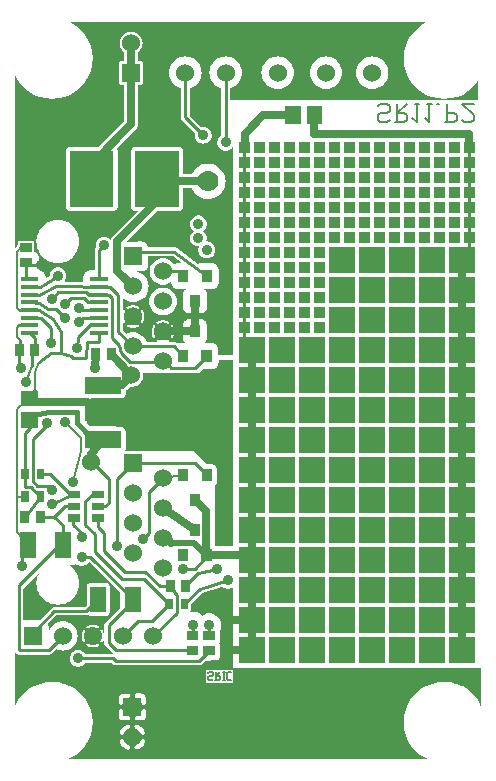
<source format=gbl>
G04 start of page 3 for group 1 idx 1 *
G04 Title: (unknown), solder *
G04 Creator: pcb 1.99z *
G04 CreationDate: Fri May 28 12:17:09 2010 UTC *
G04 For: richard *
G04 Format: Gerber/RS-274X *
G04 PCB-Dimensions: 157480 248031 *
G04 PCB-Coordinate-Origin: lower left *
%MOIN*%
%FSLAX25Y25*%
%LNBACK*%
%ADD11C,0.0200*%
%ADD12C,0.0100*%
%ADD13C,0.0250*%
%ADD14C,0.0079*%
%ADD17C,0.0600*%
%ADD18C,0.0360*%
%ADD19C,0.0700*%
%ADD21C,0.0394*%
%ADD22C,0.1280*%
%ADD23C,0.0350*%
%ADD24C,0.0197*%
%ADD25C,0.0150*%
%ADD26R,0.0295X0.0295*%
%ADD27R,0.0130X0.0130*%
%ADD28R,0.0340X0.0340*%
%ADD29R,0.0512X0.0512*%
%ADD30R,0.0245X0.0245*%
%ADD31R,0.1220X0.1220*%
%ADD32R,0.1450X0.1450*%
%ADD33R,0.0240X0.0240*%
%ADD34R,0.0530X0.0530*%
%ADD35R,0.0560X0.0560*%
G54D11*G36*
X27034Y33146D02*X33238Y33145D01*
X33579Y32804D01*
X33585Y32797D01*
X33764Y32644D01*
X33965Y32521D01*
X34182Y32431D01*
X34411Y32376D01*
X34646Y32358D01*
X62399D01*
X62634Y32375D01*
X62863Y32430D01*
X63080Y32521D01*
X63281Y32644D01*
X63460Y32797D01*
X63472Y32811D01*
X64596Y33935D01*
X67998Y33953D01*
X68272Y34019D01*
X68533Y34127D01*
X68774Y34275D01*
X68989Y34458D01*
X69172Y34673D01*
X69320Y34914D01*
X69428Y35175D01*
X69494Y35449D01*
X69516Y35731D01*
X69494Y38965D01*
X69428Y39239D01*
X69320Y39500D01*
X69172Y39741D01*
X69151Y39766D01*
X69172Y39791D01*
X69320Y40032D01*
X69428Y40293D01*
X69494Y40567D01*
X69516Y40849D01*
X69494Y44083D01*
X69462Y44216D01*
X69552Y44433D01*
X69699Y45043D01*
X69748Y45669D01*
X69699Y46295D01*
X69552Y46905D01*
X69312Y47485D01*
X68984Y48020D01*
X68576Y48497D01*
X68099Y48905D01*
X67564Y49233D01*
X66984Y49473D01*
X66374Y49620D01*
X65748Y49669D01*
X65122Y49620D01*
X64512Y49473D01*
X63932Y49233D01*
X63462Y48945D01*
X62940Y49390D01*
X62324Y49768D01*
X61657Y50044D01*
X60956Y50212D01*
X60236Y50269D01*
X59516Y50212D01*
X59049Y50100D01*
X59160Y50146D01*
X59294Y50228D01*
X59413Y50330D01*
X59515Y50449D01*
X59597Y50583D01*
X59657Y50728D01*
X59694Y50881D01*
X59706Y51037D01*
X59700Y52855D01*
X63385Y56542D01*
X70206Y58531D01*
X70401Y58365D01*
X70776Y58135D01*
X71182Y57967D01*
X71609Y57864D01*
X72047Y57830D01*
X72485Y57864D01*
X72912Y57967D01*
X73318Y58135D01*
X73693Y58365D01*
X73819Y58473D01*
Y30906D01*
X64567D01*
Y25591D01*
X27034D01*
Y33146D01*
G37*
G36*
Y65797D02*X36094Y56737D01*
X36107Y51333D01*
X31886Y47112D01*
X31819Y47096D01*
X31602Y47006D01*
X31401Y46883D01*
X31222Y46730D01*
X31069Y46551D01*
X30946Y46350D01*
X30856Y46133D01*
X30801Y45904D01*
X30783Y45669D01*
Y42396D01*
X30777Y42505D01*
X30727Y42848D01*
X30645Y43185D01*
X30533Y43514D01*
X30391Y43830D01*
X30221Y44133D01*
X30184Y44183D01*
X30140Y44226D01*
X30090Y44262D01*
X30034Y44289D01*
X29975Y44308D01*
X29914Y44317D01*
X29852Y44316D01*
X29791Y44306D01*
X29733Y44287D01*
X29678Y44258D01*
X29628Y44221D01*
X29585Y44177D01*
X29549Y44127D01*
X29522Y44071D01*
X29503Y44012D01*
X29494Y43951D01*
X29495Y43889D01*
X29505Y43828D01*
X29524Y43770D01*
X29553Y43715D01*
X29687Y43476D01*
X29800Y43225D01*
X29889Y42965D01*
X29953Y42698D01*
X29993Y42426D01*
X30008Y42152D01*
X29998Y41877D01*
X29963Y41605D01*
X29903Y41336D01*
X29819Y41075D01*
X29711Y40822D01*
X29580Y40580D01*
X29554Y40524D01*
X29535Y40465D01*
X29526Y40404D01*
X29527Y40342D01*
X29537Y40282D01*
X29556Y40223D01*
X29585Y40168D01*
X29622Y40119D01*
X29666Y40076D01*
X29716Y40040D01*
X29771Y40013D01*
X29830Y39994D01*
X29891Y39985D01*
X29953Y39986D01*
X30013Y39996D01*
X30072Y40015D01*
X30127Y40044D01*
X30176Y40081D01*
X30219Y40125D01*
X30255Y40175D01*
X30420Y40480D01*
X30557Y40799D01*
X30663Y41129D01*
X30739Y41468D01*
X30783Y41812D01*
Y39763D01*
X30801Y39528D01*
X30856Y39299D01*
X30946Y39082D01*
X31069Y38881D01*
X31222Y38702D01*
X31229Y38696D01*
X33584Y36341D01*
X33764Y36187D01*
X33833Y36145D01*
X27034Y36146D01*
Y38338D01*
X27042D01*
X27388Y38357D01*
X27731Y38407D01*
X28068Y38489D01*
X28397Y38601D01*
X28713Y38743D01*
X29016Y38913D01*
X29066Y38950D01*
X29109Y38994D01*
X29145Y39044D01*
X29172Y39100D01*
X29191Y39159D01*
X29200Y39220D01*
X29199Y39282D01*
X29189Y39343D01*
X29170Y39401D01*
X29141Y39456D01*
X29104Y39506D01*
X29060Y39549D01*
X29010Y39585D01*
X28954Y39612D01*
X28895Y39631D01*
X28834Y39640D01*
X28772Y39639D01*
X28711Y39629D01*
X28653Y39610D01*
X28598Y39581D01*
X28359Y39447D01*
X28108Y39334D01*
X27848Y39245D01*
X27581Y39181D01*
X27309Y39141D01*
X27035Y39126D01*
X27034D01*
Y45123D01*
X27257Y45115D01*
X27529Y45080D01*
X27798Y45020D01*
X28059Y44936D01*
X28312Y44828D01*
X28554Y44697D01*
X28610Y44671D01*
X28669Y44652D01*
X28730Y44643D01*
X28792Y44644D01*
X28852Y44654D01*
X28911Y44673D01*
X28966Y44702D01*
X29015Y44739D01*
X29058Y44783D01*
X29094Y44833D01*
X29121Y44888D01*
X29140Y44947D01*
X29149Y45008D01*
X29148Y45070D01*
X29138Y45130D01*
X29119Y45189D01*
X29090Y45244D01*
X29053Y45293D01*
X29009Y45336D01*
X28959Y45372D01*
X28654Y45537D01*
X28335Y45674D01*
X28005Y45780D01*
X27666Y45856D01*
X27322Y45900D01*
X27034Y45911D01*
Y48883D01*
X31578Y48895D01*
X31761Y48939D01*
X31935Y49011D01*
X32095Y49109D01*
X32239Y49231D01*
X32361Y49375D01*
X32459Y49535D01*
X32531Y49709D01*
X32575Y49892D01*
X32590Y50080D01*
X32575Y58768D01*
X32531Y58951D01*
X32459Y59125D01*
X32361Y59285D01*
X32239Y59429D01*
X32095Y59551D01*
X31935Y59649D01*
X31761Y59721D01*
X31578Y59765D01*
X31390Y59780D01*
X27034Y59768D01*
Y65797D01*
G37*
G36*
X23872Y32534D02*X24027Y32666D01*
X24312Y33000D01*
X24401Y33146D01*
X27034D01*
Y25591D01*
X23872D01*
Y32534D01*
G37*
G36*
X27034Y36146D02*X24402D01*
X24312Y36292D01*
X24027Y36626D01*
X23872Y36758D01*
Y40030D01*
X23877Y40025D01*
X23927Y39989D01*
X23983Y39962D01*
X24042Y39943D01*
X24103Y39934D01*
X24165Y39935D01*
X24226Y39945D01*
X24284Y39964D01*
X24339Y39993D01*
X24389Y40030D01*
X24432Y40074D01*
X24468Y40124D01*
X24495Y40180D01*
X24514Y40239D01*
X24523Y40300D01*
X24522Y40362D01*
X24512Y40423D01*
X24493Y40481D01*
X24464Y40536D01*
X24330Y40775D01*
X24217Y41026D01*
X24128Y41286D01*
X24064Y41553D01*
X24024Y41825D01*
X24009Y42099D01*
X24019Y42374D01*
X24054Y42646D01*
X24114Y42915D01*
X24198Y43176D01*
X24306Y43429D01*
X24437Y43671D01*
X24463Y43727D01*
X24482Y43786D01*
X24491Y43847D01*
X24490Y43909D01*
X24480Y43969D01*
X24461Y44028D01*
X24432Y44083D01*
X24395Y44132D01*
X24351Y44175D01*
X24301Y44211D01*
X24246Y44238D01*
X24187Y44257D01*
X24126Y44266D01*
X24064Y44265D01*
X24004Y44255D01*
X23945Y44236D01*
X23890Y44207D01*
X23872Y44193D01*
Y49093D01*
X24803D01*
X25007Y49108D01*
X25205Y49156D01*
X25289Y49191D01*
X25385Y49109D01*
X25545Y49011D01*
X25719Y48939D01*
X25902Y48895D01*
X26090Y48880D01*
X27034Y48883D01*
Y45911D01*
X26975Y45913D01*
X26629Y45894D01*
X26286Y45844D01*
X25949Y45762D01*
X25620Y45650D01*
X25304Y45508D01*
X25001Y45338D01*
X24951Y45301D01*
X24908Y45257D01*
X24872Y45207D01*
X24845Y45151D01*
X24826Y45092D01*
X24817Y45031D01*
X24818Y44969D01*
X24828Y44908D01*
X24847Y44850D01*
X24876Y44795D01*
X24913Y44745D01*
X24957Y44702D01*
X25007Y44666D01*
X25063Y44639D01*
X25122Y44620D01*
X25183Y44611D01*
X25245Y44612D01*
X25306Y44622D01*
X25364Y44641D01*
X25419Y44670D01*
X25658Y44804D01*
X25909Y44917D01*
X26169Y45006D01*
X26436Y45070D01*
X26708Y45110D01*
X26982Y45125D01*
X27034Y45123D01*
Y39126D01*
X26760Y39136D01*
X26488Y39171D01*
X26219Y39231D01*
X25958Y39315D01*
X25705Y39423D01*
X25463Y39554D01*
X25407Y39580D01*
X25348Y39599D01*
X25287Y39608D01*
X25225Y39607D01*
X25165Y39597D01*
X25106Y39578D01*
X25051Y39549D01*
X25002Y39512D01*
X24959Y39468D01*
X24923Y39418D01*
X24896Y39363D01*
X24877Y39304D01*
X24868Y39243D01*
X24869Y39181D01*
X24879Y39121D01*
X24898Y39062D01*
X24927Y39007D01*
X24964Y38958D01*
X25008Y38915D01*
X25058Y38879D01*
X25363Y38714D01*
X25682Y38577D01*
X26012Y38471D01*
X26351Y38395D01*
X26695Y38351D01*
X27034Y38338D01*
Y36146D01*
G37*
G36*
X23872Y36758D02*X23693Y36911D01*
X23318Y37141D01*
X22912Y37309D01*
X22485Y37412D01*
X22047Y37446D01*
X21609Y37412D01*
X21182Y37309D01*
X20776Y37141D01*
X20401Y36911D01*
X20067Y36626D01*
X19782Y36292D01*
X19552Y35917D01*
X19384Y35511D01*
X19281Y35084D01*
X19247Y34646D01*
X19281Y34208D01*
X19384Y33781D01*
X19552Y33375D01*
X19782Y33000D01*
X20067Y32666D01*
X20401Y32381D01*
X20776Y32151D01*
X21182Y31983D01*
X21609Y31880D01*
X22047Y31846D01*
X22485Y31880D01*
X22912Y31983D01*
X23318Y32151D01*
X23693Y32381D01*
X23872Y32534D01*
Y25591D01*
X19087D01*
X17558Y26224D01*
X15498Y26719D01*
X13386Y26885D01*
X11274Y26719D01*
X9214Y26224D01*
X7685Y25591D01*
X984D01*
Y36819D01*
X1025Y36720D01*
X1148Y36519D01*
X1301Y36340D01*
X1480Y36187D01*
X1681Y36064D01*
X1898Y35974D01*
X2127Y35919D01*
X2362Y35901D01*
X12285D01*
X12520Y35918D01*
X12749Y35973D01*
X12966Y36064D01*
X13167Y36187D01*
X13346Y36340D01*
X13358Y36354D01*
X14771Y37767D01*
X14784Y37759D01*
X15495Y37465D01*
X16242Y37285D01*
X17009Y37225D01*
X17776Y37285D01*
X18523Y37465D01*
X19234Y37759D01*
X19889Y38161D01*
X20474Y38660D01*
X20973Y39245D01*
X21375Y39900D01*
X21669Y40611D01*
X21849Y41358D01*
X21909Y42125D01*
X21849Y42892D01*
X21669Y43639D01*
X21375Y44350D01*
X20973Y45005D01*
X20474Y45590D01*
X19889Y46089D01*
X19234Y46491D01*
X18523Y46785D01*
X17776Y46965D01*
X17009Y47025D01*
X16242Y46965D01*
X15495Y46785D01*
X14784Y46491D01*
X14129Y46089D01*
X13544Y45590D01*
X13045Y45005D01*
X12643Y44350D01*
X12349Y43639D01*
X12290Y43396D01*
X12281Y45485D01*
X12196Y45836D01*
X12058Y46169D01*
X11955Y46337D01*
X14711Y49093D01*
X23872D01*
Y44193D01*
X23841Y44170D01*
X23798Y44126D01*
X23762Y44076D01*
X23597Y43771D01*
X23460Y43452D01*
X23354Y43122D01*
X23278Y42783D01*
X23234Y42439D01*
X23221Y42092D01*
X23240Y41746D01*
X23290Y41403D01*
X23372Y41066D01*
X23484Y40737D01*
X23626Y40421D01*
X23796Y40118D01*
X23833Y40068D01*
X23872Y40030D01*
Y36758D01*
G37*
G36*
X21280Y66235D02*X21465Y66076D01*
X21866Y65830D01*
X22301Y65650D01*
X22759Y65540D01*
X23228Y65503D01*
X23697Y65540D01*
X24155Y65650D01*
X24590Y65830D01*
X24991Y66076D01*
X25349Y66382D01*
X25655Y66740D01*
X25816Y67003D01*
X25828D01*
X27034Y65797D01*
Y59768D01*
X25902Y59765D01*
X25719Y59721D01*
X25545Y59649D01*
X25385Y59551D01*
X25241Y59429D01*
X25119Y59285D01*
X25021Y59125D01*
X24949Y58951D01*
X24905Y58768D01*
X24890Y58580D01*
X24901Y52331D01*
X24264Y51694D01*
X14173D01*
X13969Y51678D01*
X13771Y51630D01*
X13582Y51552D01*
X13408Y51446D01*
X13253Y51313D01*
X9362Y47422D01*
X3862Y47398D01*
Y57869D01*
X8927Y62934D01*
X8518Y61945D01*
X8254Y60848D01*
X8166Y59724D01*
X8254Y58600D01*
X8518Y57503D01*
X8949Y56461D01*
X9539Y55499D01*
X10271Y54641D01*
X11129Y53909D01*
X12091Y53319D01*
X13133Y52888D01*
X14230Y52624D01*
X15354Y52536D01*
X16478Y52624D01*
X17575Y52888D01*
X18617Y53319D01*
X19579Y53909D01*
X20437Y54641D01*
X21169Y55499D01*
X21759Y56461D01*
X22190Y57503D01*
X22454Y58600D01*
X22542Y59724D01*
X22454Y60848D01*
X22190Y61945D01*
X21759Y62987D01*
X21169Y63949D01*
X20437Y64807D01*
X19579Y65539D01*
X19449Y65619D01*
X19986Y65622D01*
X20382Y65717D01*
X20759Y65873D01*
X21107Y66087D01*
X21280Y66235D01*
G37*
G36*
X42778Y26574D02*X141379D01*
X139922Y26224D01*
X137965Y25414D01*
X136159Y24307D01*
X134548Y22931D01*
X133172Y21320D01*
X132065Y19514D01*
X131255Y17557D01*
X130760Y15497D01*
X130594Y13385D01*
X130760Y11273D01*
X131255Y9213D01*
X132065Y7256D01*
X133172Y5450D01*
X134548Y3839D01*
X136159Y2463D01*
X137965Y1356D01*
X138864Y984D01*
X42778D01*
Y4812D01*
X43019Y4992D01*
X43338Y5283D01*
X43629Y5602D01*
X43887Y5948D01*
X44111Y6317D01*
X44299Y6706D01*
X44335Y6818D01*
X44355Y6934D01*
X44356Y7051D01*
X44338Y7168D01*
X44303Y7280D01*
X44251Y7385D01*
X44182Y7481D01*
X44100Y7565D01*
X44005Y7635D01*
X43901Y7689D01*
X43789Y7726D01*
X43673Y7746D01*
X43556Y7747D01*
X43439Y7729D01*
X43327Y7694D01*
X43222Y7642D01*
X43126Y7573D01*
X43042Y7491D01*
X42972Y7396D01*
X42918Y7292D01*
X42793Y7033D01*
X42778Y7008D01*
Y9921D01*
X42793Y9896D01*
X42918Y9637D01*
X42971Y9533D01*
X43041Y9438D01*
X43125Y9355D01*
X43221Y9287D01*
X43327Y9234D01*
X43439Y9199D01*
X43555Y9181D01*
X43673Y9182D01*
X43789Y9202D01*
X43901Y9239D01*
X44005Y9293D01*
X44100Y9363D01*
X44183Y9447D01*
X44251Y9543D01*
X44304Y9649D01*
X44339Y9761D01*
X44357Y9877D01*
X44356Y9995D01*
X44336Y10111D01*
X44299Y10223D01*
X44111Y10612D01*
X43887Y10981D01*
X43629Y11327D01*
X43338Y11646D01*
X43019Y11937D01*
X42778Y12117D01*
Y13991D01*
X43390D01*
X43618Y14046D01*
X43834Y14136D01*
X44033Y14258D01*
X44211Y14410D01*
X44363Y14588D01*
X44485Y14787D01*
X44575Y15003D01*
X44630Y15231D01*
X44648Y15464D01*
Y17081D01*
X44620Y17196D01*
X44575Y17304D01*
X44514Y17405D01*
X44437Y17494D01*
X44348Y17571D01*
X44247Y17632D01*
X44139Y17677D01*
X44024Y17705D01*
X43907Y17714D01*
X43790Y17705D01*
X43675Y17677D01*
X43567Y17632D01*
X43466Y17571D01*
X43377Y17494D01*
X43300Y17405D01*
X43239Y17304D01*
X43194Y17196D01*
X43166Y17081D01*
X43157Y16964D01*
Y15464D01*
X42778Y15468D01*
Y21464D01*
X43157D01*
Y19964D01*
X43139Y19847D01*
X43167Y19732D01*
X43212Y19624D01*
X43273Y19523D01*
X43350Y19434D01*
X43439Y19357D01*
X43540Y19296D01*
X43648Y19251D01*
X43763Y19223D01*
X43880Y19214D01*
X43997Y19223D01*
X44112Y19251D01*
X44220Y19296D01*
X44321Y19357D01*
X44410Y19434D01*
X44487Y19523D01*
X44548Y19624D01*
X44593Y19732D01*
X44621Y19847D01*
X44630Y19964D01*
Y21697D01*
X44575Y21925D01*
X44485Y22141D01*
X44363Y22340D01*
X44211Y22518D01*
X44033Y22670D01*
X43834Y22792D01*
X43618Y22882D01*
X43390Y22937D01*
X43157Y22955D01*
X42778D01*
Y26574D01*
G37*
G36*
X37537D02*X42778D01*
Y22955D01*
X41540D01*
X41425Y22927D01*
X41317Y22882D01*
X41216Y22821D01*
X41127Y22744D01*
X41050Y22655D01*
X40989Y22554D01*
X40944Y22446D01*
X40916Y22331D01*
X40907Y22214D01*
X40916Y22097D01*
X40944Y21982D01*
X40989Y21874D01*
X41050Y21773D01*
X41127Y21684D01*
X41216Y21607D01*
X41317Y21546D01*
X41425Y21501D01*
X41540Y21473D01*
X41657Y21464D01*
X42778D01*
Y15468D01*
X41540Y15482D01*
X41425Y15454D01*
X41317Y15409D01*
X41216Y15348D01*
X41127Y15271D01*
X41050Y15182D01*
X40989Y15081D01*
X40944Y14973D01*
X40916Y14858D01*
X40907Y14741D01*
X40916Y14624D01*
X40944Y14509D01*
X40989Y14401D01*
X41050Y14300D01*
X41127Y14211D01*
X41216Y14134D01*
X41317Y14073D01*
X41425Y14028D01*
X41540Y14000D01*
X41657Y13991D01*
X42778D01*
Y12117D01*
X42673Y12195D01*
X42304Y12419D01*
X41915Y12607D01*
X41803Y12643D01*
X41687Y12663D01*
X41570Y12664D01*
X41453Y12646D01*
X41341Y12611D01*
X41236Y12559D01*
X41140Y12490D01*
X41056Y12408D01*
X40986Y12313D01*
X40932Y12209D01*
X40895Y12097D01*
X40875Y11981D01*
X40874Y11864D01*
X40892Y11747D01*
X40927Y11635D01*
X40979Y11530D01*
X41048Y11434D01*
X41130Y11350D01*
X41225Y11280D01*
X41329Y11226D01*
X41588Y11101D01*
X41834Y10952D01*
X42065Y10779D01*
X42278Y10586D01*
X42471Y10373D01*
X42644Y10142D01*
X42778Y9921D01*
Y7008D01*
X42644Y6787D01*
X42471Y6556D01*
X42278Y6343D01*
X42065Y6150D01*
X41834Y5977D01*
X41588Y5828D01*
X41329Y5703D01*
X41225Y5650D01*
X41130Y5580D01*
X41047Y5496D01*
X40979Y5400D01*
X40926Y5294D01*
X40891Y5182D01*
X40873Y5066D01*
X40874Y4948D01*
X40894Y4832D01*
X40931Y4720D01*
X40985Y4616D01*
X41055Y4521D01*
X41139Y4438D01*
X41235Y4370D01*
X41341Y4317D01*
X41453Y4282D01*
X41569Y4264D01*
X41687Y4265D01*
X41803Y4285D01*
X41915Y4322D01*
X42304Y4510D01*
X42673Y4734D01*
X42778Y4812D01*
Y984D01*
X37537D01*
Y4811D01*
X37640Y4734D01*
X38009Y4510D01*
X38398Y4322D01*
X38510Y4286D01*
X38626Y4266D01*
X38743Y4265D01*
X38860Y4283D01*
X38972Y4318D01*
X39077Y4370D01*
X39173Y4439D01*
X39257Y4521D01*
X39327Y4616D01*
X39381Y4720D01*
X39418Y4832D01*
X39438Y4948D01*
X39439Y5065D01*
X39421Y5182D01*
X39386Y5294D01*
X39334Y5399D01*
X39265Y5495D01*
X39183Y5579D01*
X39088Y5649D01*
X38984Y5703D01*
X38725Y5828D01*
X38479Y5977D01*
X38248Y6150D01*
X38035Y6343D01*
X37842Y6556D01*
X37669Y6787D01*
X37537Y7005D01*
Y9924D01*
X37669Y10142D01*
X37842Y10373D01*
X38035Y10586D01*
X38248Y10779D01*
X38479Y10952D01*
X38725Y11101D01*
X38984Y11226D01*
X39088Y11279D01*
X39183Y11349D01*
X39266Y11433D01*
X39334Y11529D01*
X39387Y11635D01*
X39422Y11747D01*
X39440Y11863D01*
X39439Y11981D01*
X39419Y12097D01*
X39382Y12209D01*
X39328Y12313D01*
X39258Y12408D01*
X39174Y12491D01*
X39078Y12559D01*
X38972Y12612D01*
X38860Y12647D01*
X38744Y12665D01*
X38626Y12664D01*
X38510Y12644D01*
X38398Y12607D01*
X38009Y12419D01*
X37640Y12195D01*
X37537Y12118D01*
Y13964D01*
X38657D01*
X38774Y13973D01*
X38889Y14001D01*
X38997Y14046D01*
X39098Y14107D01*
X39187Y14184D01*
X39264Y14273D01*
X39325Y14374D01*
X39370Y14482D01*
X39398Y14597D01*
X39407Y14714D01*
X39398Y14831D01*
X39370Y14946D01*
X39325Y15054D01*
X39264Y15155D01*
X39187Y15244D01*
X39098Y15321D01*
X38997Y15382D01*
X38889Y15427D01*
X38774Y15455D01*
X38657Y15464D01*
X37537D01*
Y21464D01*
X38657D01*
X38774Y21446D01*
X38889Y21474D01*
X38997Y21519D01*
X39098Y21580D01*
X39187Y21657D01*
X39264Y21746D01*
X39325Y21847D01*
X39370Y21955D01*
X39398Y22070D01*
X39407Y22187D01*
X39398Y22304D01*
X39370Y22419D01*
X39325Y22527D01*
X39264Y22628D01*
X39187Y22717D01*
X39098Y22794D01*
X38997Y22855D01*
X38889Y22900D01*
X38774Y22928D01*
X38657Y22937D01*
X37537D01*
Y26574D01*
G37*
G36*
X16101D02*X37537D01*
Y22937D01*
X36924D01*
X36696Y22882D01*
X36480Y22792D01*
X36281Y22670D01*
X36103Y22518D01*
X35951Y22340D01*
X35829Y22141D01*
X35739Y21925D01*
X35684Y21697D01*
X35666Y21464D01*
Y19847D01*
X35694Y19732D01*
X35739Y19624D01*
X35800Y19523D01*
X35877Y19434D01*
X35966Y19357D01*
X36067Y19296D01*
X36175Y19251D01*
X36290Y19223D01*
X36407Y19214D01*
X36524Y19223D01*
X36639Y19251D01*
X36747Y19296D01*
X36848Y19357D01*
X36937Y19434D01*
X37014Y19523D01*
X37075Y19624D01*
X37120Y19732D01*
X37148Y19847D01*
X37157Y19964D01*
Y21464D01*
X37537D01*
Y15464D01*
X37166D01*
Y17081D01*
X37138Y17196D01*
X37093Y17304D01*
X37032Y17405D01*
X36955Y17494D01*
X36866Y17571D01*
X36765Y17632D01*
X36657Y17677D01*
X36542Y17705D01*
X36425Y17714D01*
X36308Y17705D01*
X36193Y17677D01*
X36085Y17632D01*
X35984Y17571D01*
X35895Y17494D01*
X35818Y17405D01*
X35757Y17304D01*
X35712Y17196D01*
X35684Y17081D01*
X35675Y16964D01*
Y15229D01*
X35730Y15000D01*
X35820Y14783D01*
X35943Y14582D01*
X36096Y14403D01*
X36275Y14250D01*
X36476Y14127D01*
X36693Y14037D01*
X36922Y13982D01*
X37157Y13964D01*
X37537D01*
Y12118D01*
X37294Y11937D01*
X36975Y11646D01*
X36684Y11327D01*
X36426Y10981D01*
X36202Y10612D01*
X36014Y10223D01*
X35978Y10111D01*
X35958Y9995D01*
X35957Y9878D01*
X35975Y9761D01*
X36010Y9649D01*
X36062Y9544D01*
X36131Y9448D01*
X36213Y9364D01*
X36308Y9294D01*
X36412Y9240D01*
X36524Y9203D01*
X36640Y9183D01*
X36757Y9182D01*
X36874Y9200D01*
X36986Y9235D01*
X37091Y9287D01*
X37187Y9356D01*
X37271Y9438D01*
X37341Y9533D01*
X37395Y9637D01*
X37520Y9896D01*
X37537Y9924D01*
Y7005D01*
X37520Y7033D01*
X37395Y7292D01*
X37342Y7396D01*
X37272Y7491D01*
X37188Y7574D01*
X37092Y7642D01*
X36986Y7695D01*
X36874Y7730D01*
X36758Y7748D01*
X36640Y7747D01*
X36524Y7727D01*
X36412Y7690D01*
X36308Y7636D01*
X36213Y7566D01*
X36130Y7482D01*
X36062Y7386D01*
X36009Y7280D01*
X35974Y7168D01*
X35956Y7052D01*
X35957Y6934D01*
X35977Y6818D01*
X36014Y6706D01*
X36202Y6317D01*
X36426Y5948D01*
X36684Y5602D01*
X36975Y5283D01*
X37294Y4992D01*
X37537Y4811D01*
Y984D01*
X18616D01*
X19515Y1356D01*
X21321Y2463D01*
X22932Y3839D01*
X24308Y5450D01*
X25415Y7256D01*
X26225Y9213D01*
X26720Y11273D01*
X26886Y13385D01*
X26720Y15497D01*
X26225Y17557D01*
X25415Y19514D01*
X24308Y21320D01*
X22932Y22931D01*
X21321Y24307D01*
X19515Y25414D01*
X17558Y26224D01*
X16101Y26574D01*
G37*
G36*
X984Y18613D02*Y26574D01*
X10671D01*
X9214Y26224D01*
X7257Y25414D01*
X5451Y24307D01*
X3840Y22931D01*
X2464Y21320D01*
X1357Y19514D01*
X984Y18613D01*
G37*
G36*
Y176181D02*Y221457D01*
X10666D01*
X11274Y221311D01*
X13386Y221145D01*
X15498Y221311D01*
X16106Y221457D01*
X37513D01*
Y213675D01*
X28969Y205131D01*
X19156Y205120D01*
X18942Y205068D01*
X18739Y204984D01*
X18552Y204870D01*
X18385Y204727D01*
X18242Y204560D01*
X18128Y204373D01*
X18044Y204170D01*
X17992Y203956D01*
X17975Y203737D01*
X17992Y185018D01*
X18044Y184804D01*
X18128Y184601D01*
X18242Y184414D01*
X18385Y184247D01*
X18552Y184104D01*
X18739Y183990D01*
X18942Y183906D01*
X19156Y183854D01*
X19375Y183837D01*
X34094Y183854D01*
X34308Y183906D01*
X34511Y183990D01*
X34698Y184104D01*
X34865Y184247D01*
X35008Y184414D01*
X35122Y184601D01*
X35206Y184804D01*
X35258Y185018D01*
X35275Y185237D01*
X35258Y203956D01*
X35206Y204170D01*
X35122Y204373D01*
X35008Y204560D01*
X34894Y204694D01*
X41341Y211141D01*
X41355Y211153D01*
X41584Y211421D01*
X41769Y211723D01*
X41904Y212049D01*
X41986Y212392D01*
X42014Y212744D01*
Y221457D01*
X56373D01*
Y214960D01*
X56392Y214725D01*
X56447Y214496D01*
X56537Y214279D01*
X56660Y214078D01*
X56813Y213899D01*
X56834Y213881D01*
X61054Y209661D01*
X61014Y209494D01*
X60980Y209056D01*
X61014Y208618D01*
X61117Y208191D01*
X61285Y207785D01*
X61515Y207410D01*
X61800Y207076D01*
X62134Y206791D01*
X62509Y206561D01*
X62915Y206393D01*
X63342Y206290D01*
X63780Y206256D01*
X64218Y206290D01*
X64645Y206393D01*
X65051Y206561D01*
X65426Y206791D01*
X65760Y207076D01*
X66045Y207410D01*
X66275Y207785D01*
X66443Y208191D01*
X66546Y208618D01*
X66580Y209056D01*
X66546Y209494D01*
X66443Y209921D01*
X66275Y210327D01*
X66045Y210702D01*
X65760Y211036D01*
X65426Y211321D01*
X65051Y211551D01*
X64645Y211719D01*
X64218Y211822D01*
X63780Y211856D01*
X63342Y211822D01*
X63175Y211782D01*
X59374Y215583D01*
Y221457D01*
X69759D01*
Y209047D01*
X69614Y208958D01*
X69280Y208673D01*
X68995Y208339D01*
X68765Y207964D01*
X68597Y207558D01*
X68494Y207131D01*
X68460Y206693D01*
X68494Y206255D01*
X68597Y205828D01*
X68765Y205422D01*
X68995Y205047D01*
X69280Y204713D01*
X69614Y204428D01*
X69989Y204198D01*
X70395Y204030D01*
X70822Y203927D01*
X71260Y203893D01*
X71698Y203927D01*
X72125Y204030D01*
X72531Y204198D01*
X72906Y204428D01*
X73240Y204713D01*
X73525Y205047D01*
X73755Y205422D01*
X73819Y205577D01*
Y176181D01*
X64634D01*
X64470Y176449D01*
X64185Y176783D01*
X63851Y177068D01*
X63692Y177166D01*
X63851Y177263D01*
X64185Y177548D01*
X64470Y177882D01*
X64700Y178257D01*
X64868Y178663D01*
X64971Y179090D01*
X65005Y179528D01*
X64971Y179966D01*
X64868Y180393D01*
X64700Y180799D01*
X64470Y181174D01*
X64185Y181508D01*
X63851Y181793D01*
X63476Y182023D01*
X63070Y182191D01*
X62643Y182294D01*
X62205Y182328D01*
X61767Y182294D01*
X61340Y182191D01*
X60934Y182023D01*
X60559Y181793D01*
X60225Y181508D01*
X59940Y181174D01*
X59710Y180799D01*
X59542Y180393D01*
X59439Y179966D01*
X59405Y179528D01*
X59439Y179090D01*
X59542Y178663D01*
X59710Y178257D01*
X59940Y177882D01*
X60225Y177548D01*
X60559Y177263D01*
X60718Y177165D01*
X60559Y177068D01*
X60225Y176783D01*
X59940Y176449D01*
X59776Y176181D01*
X40778D01*
X48442Y183845D01*
X55894Y183854D01*
X56108Y183906D01*
X56311Y183990D01*
X56498Y184104D01*
X56665Y184247D01*
X56808Y184414D01*
X56922Y184601D01*
X57006Y184804D01*
X57058Y185018D01*
X57075Y185237D01*
X57069Y191451D01*
X59920D01*
X60097Y191022D01*
X60581Y190233D01*
X61182Y189529D01*
X61886Y188928D01*
X62675Y188444D01*
X63531Y188090D01*
X64431Y187874D01*
X65354Y187801D01*
X66277Y187874D01*
X67177Y188090D01*
X68033Y188444D01*
X68822Y188928D01*
X69526Y189529D01*
X70127Y190233D01*
X70611Y191022D01*
X70965Y191878D01*
X71181Y192778D01*
X71254Y193701D01*
X71181Y194624D01*
X70965Y195524D01*
X70611Y196380D01*
X70127Y197169D01*
X69526Y197873D01*
X68822Y198474D01*
X68033Y198958D01*
X67177Y199312D01*
X66277Y199528D01*
X65354Y199601D01*
X64431Y199528D01*
X63531Y199312D01*
X62675Y198958D01*
X61886Y198474D01*
X61182Y197873D01*
X60581Y197169D01*
X60097Y196380D01*
X59920Y195952D01*
X57065D01*
X57058Y203956D01*
X57006Y204170D01*
X56922Y204373D01*
X56808Y204560D01*
X56665Y204727D01*
X56498Y204870D01*
X56311Y204984D01*
X56108Y205068D01*
X55894Y205120D01*
X55675Y205137D01*
X40956Y205120D01*
X40742Y205068D01*
X40539Y204984D01*
X40352Y204870D01*
X40185Y204727D01*
X40042Y204560D01*
X39928Y204373D01*
X39844Y204170D01*
X39792Y203956D01*
X39775Y203737D01*
X39792Y185018D01*
X39844Y184804D01*
X39928Y184601D01*
X40042Y184414D01*
X40185Y184247D01*
X40352Y184104D01*
X40539Y183990D01*
X40742Y183906D01*
X40956Y183854D01*
X41175Y183837D01*
X42073Y183838D01*
X34416Y176181D01*
X22050D01*
X21759Y176884D01*
X21169Y177846D01*
X20437Y178704D01*
X19579Y179436D01*
X18617Y180026D01*
X17575Y180457D01*
X16478Y180721D01*
X15354Y180809D01*
X14230Y180721D01*
X13133Y180457D01*
X12091Y180026D01*
X11129Y179436D01*
X10271Y178704D01*
X9539Y177846D01*
X8949Y176884D01*
X8658Y176181D01*
X984D01*
G37*
G36*
X50354Y168777D02*X53630D01*
X56753Y166421D01*
X55063Y166408D01*
X54712Y166323D01*
X54379Y166185D01*
X54071Y165997D01*
X54052Y165981D01*
X53914Y166207D01*
X53465Y166732D01*
X52940Y167181D01*
X52352Y167541D01*
X51714Y167806D01*
X51042Y167967D01*
X50354Y168021D01*
Y168777D01*
G37*
G36*
X73819Y135827D02*X68872D01*
X68859Y137794D01*
X68774Y138145D01*
X68636Y138478D01*
X68448Y138786D01*
X68213Y139060D01*
X67939Y139295D01*
X67631Y139483D01*
X67298Y139621D01*
X66947Y139706D01*
X66587Y139734D01*
X63943Y139714D01*
X64039Y139773D01*
X64313Y140008D01*
X64548Y140282D01*
X64736Y140590D01*
X64874Y140923D01*
X64959Y141274D01*
X64987Y141634D01*
X64959Y145994D01*
X64874Y146345D01*
X64736Y146678D01*
X64548Y146986D01*
X64313Y147260D01*
X64039Y147495D01*
X63731Y147683D01*
X63398Y147821D01*
X63047Y147906D01*
X62687Y147934D01*
X58927Y147906D01*
X58576Y147821D01*
X58243Y147683D01*
X57935Y147495D01*
X57661Y147260D01*
X57426Y146986D01*
X57238Y146678D01*
X57100Y146345D01*
X57015Y145994D01*
X56987Y145634D01*
X57015Y141274D01*
X57100Y140923D01*
X57238Y140590D01*
X57426Y140282D01*
X57661Y140008D01*
X57935Y139773D01*
X58008Y139728D01*
X55027Y139706D01*
X54954Y139688D01*
X54782Y139835D01*
X54581Y139958D01*
X54364Y140049D01*
X54135Y140104D01*
X53900Y140122D01*
X53490D01*
Y141554D01*
X53521Y141577D01*
X53564Y141621D01*
X53600Y141671D01*
X53765Y141976D01*
X53902Y142295D01*
X54008Y142625D01*
X54084Y142964D01*
X54128Y143308D01*
X54141Y143655D01*
X54122Y144001D01*
X54072Y144344D01*
X53990Y144681D01*
X53878Y145010D01*
X53736Y145326D01*
X53566Y145629D01*
X53529Y145679D01*
X53490Y145717D01*
Y150268D01*
X53607Y150368D01*
X54075Y150917D01*
X54453Y151533D01*
X54729Y152200D01*
X54897Y152901D01*
X54954Y153621D01*
X54897Y154341D01*
X54729Y155042D01*
X54453Y155709D01*
X54075Y156325D01*
X53607Y156874D01*
X53490Y156974D01*
Y158902D01*
X53562Y158784D01*
X53797Y158510D01*
X54071Y158275D01*
X54379Y158087D01*
X54712Y157949D01*
X55063Y157864D01*
X55423Y157836D01*
X58067Y157856D01*
X57971Y157797D01*
X57697Y157562D01*
X57462Y157288D01*
X57274Y156980D01*
X57136Y156647D01*
X57051Y156296D01*
X57023Y155936D01*
X57051Y151576D01*
X57136Y151225D01*
X57274Y150892D01*
X57462Y150584D01*
X57697Y150310D01*
X57971Y150075D01*
X58279Y149887D01*
X58612Y149749D01*
X58963Y149664D01*
X59323Y149636D01*
X63083Y149664D01*
X63434Y149749D01*
X63767Y149887D01*
X64075Y150075D01*
X64349Y150310D01*
X64584Y150584D01*
X64772Y150892D01*
X64910Y151225D01*
X64995Y151576D01*
X65023Y151936D01*
X64995Y156296D01*
X64910Y156647D01*
X64772Y156980D01*
X64584Y157288D01*
X64349Y157562D01*
X64075Y157797D01*
X64002Y157842D01*
X66983Y157864D01*
X67334Y157949D01*
X67667Y158087D01*
X67975Y158275D01*
X68249Y158510D01*
X68484Y158784D01*
X68672Y159092D01*
X68810Y159425D01*
X68895Y159776D01*
X68923Y160136D01*
X68895Y164496D01*
X68810Y164847D01*
X68672Y165180D01*
X68484Y165488D01*
X68249Y165762D01*
X67975Y165997D01*
X67667Y166185D01*
X67334Y166323D01*
X66983Y166408D01*
X66623Y166436D01*
X62863Y166408D01*
X62512Y166323D01*
X62179Y166185D01*
X62106Y166141D01*
X55037Y171474D01*
X55028Y171480D01*
X55016Y171490D01*
X54921Y171549D01*
X54840Y171600D01*
X54827Y171606D01*
X54815Y171613D01*
X54713Y171655D01*
X54624Y171694D01*
X54613Y171697D01*
X54598Y171703D01*
X54476Y171732D01*
X54396Y171753D01*
X54386Y171754D01*
X54369Y171758D01*
X54263Y171766D01*
X54162Y171776D01*
X54146Y171775D01*
X54134Y171776D01*
X53490D01*
Y177165D01*
X60717D01*
X60559Y177068D01*
X60225Y176783D01*
X59940Y176449D01*
X59710Y176074D01*
X59542Y175668D01*
X59439Y175241D01*
X59405Y174803D01*
X59439Y174365D01*
X59542Y173938D01*
X59710Y173532D01*
X59940Y173157D01*
X60225Y172823D01*
X60559Y172538D01*
X60934Y172308D01*
X61340Y172140D01*
X61767Y172037D01*
X62205Y172003D01*
X62417Y172019D01*
X62298Y171731D01*
X62195Y171304D01*
X62161Y170866D01*
X62195Y170428D01*
X62298Y170001D01*
X62466Y169595D01*
X62696Y169220D01*
X62981Y168886D01*
X63315Y168601D01*
X63690Y168371D01*
X64096Y168203D01*
X64523Y168100D01*
X64961Y168066D01*
X65399Y168100D01*
X65826Y168203D01*
X66232Y168371D01*
X66607Y168601D01*
X66941Y168886D01*
X67226Y169220D01*
X67456Y169595D01*
X67624Y170001D01*
X67727Y170428D01*
X67761Y170866D01*
X67727Y171304D01*
X67624Y171731D01*
X67456Y172137D01*
X67226Y172512D01*
X66941Y172846D01*
X66607Y173131D01*
X66232Y173361D01*
X65826Y173529D01*
X65399Y173632D01*
X64961Y173666D01*
X64749Y173650D01*
X64868Y173938D01*
X64971Y174365D01*
X65005Y174803D01*
X64971Y175241D01*
X64868Y175668D01*
X64700Y176074D01*
X64470Y176449D01*
X64185Y176783D01*
X63851Y177068D01*
X63693Y177165D01*
X73819D01*
Y135827D01*
G37*
G36*
X53490Y171776D02*X50354D01*
Y177165D01*
X53490D01*
Y171776D01*
G37*
G36*
Y156974D02*X53058Y157342D01*
X52442Y157720D01*
X51775Y157996D01*
X51074Y158164D01*
X50354Y158221D01*
Y159221D01*
X51042Y159275D01*
X51714Y159436D01*
X52352Y159701D01*
X52940Y160061D01*
X53148Y160239D01*
X53151Y159776D01*
X53236Y159425D01*
X53374Y159092D01*
X53490Y158902D01*
Y156974D01*
G37*
G36*
Y140122D02*X51798D01*
X52058Y140239D01*
X52361Y140409D01*
X52411Y140446D01*
X52454Y140490D01*
X52490Y140540D01*
X52517Y140596D01*
X52536Y140655D01*
X52545Y140716D01*
X52544Y140778D01*
X52534Y140839D01*
X52515Y140897D01*
X52486Y140952D01*
X52449Y141002D01*
X52405Y141045D01*
X52355Y141081D01*
X52299Y141108D01*
X52240Y141127D01*
X52179Y141136D01*
X52117Y141135D01*
X52056Y141125D01*
X51998Y141106D01*
X51943Y141077D01*
X51704Y140943D01*
X51453Y140830D01*
X51193Y140741D01*
X50926Y140677D01*
X50654Y140637D01*
X50380Y140622D01*
X50354Y140623D01*
Y146620D01*
X50602Y146611D01*
X50874Y146576D01*
X51143Y146516D01*
X51404Y146432D01*
X51657Y146324D01*
X51899Y146193D01*
X51955Y146167D01*
X52014Y146148D01*
X52075Y146139D01*
X52137Y146140D01*
X52197Y146150D01*
X52256Y146169D01*
X52311Y146198D01*
X52360Y146235D01*
X52403Y146279D01*
X52439Y146329D01*
X52466Y146384D01*
X52485Y146443D01*
X52494Y146504D01*
X52493Y146566D01*
X52483Y146626D01*
X52464Y146685D01*
X52435Y146740D01*
X52398Y146789D01*
X52354Y146832D01*
X52304Y146868D01*
X51999Y147033D01*
X51680Y147170D01*
X51350Y147276D01*
X51011Y147352D01*
X50667Y147396D01*
X50354Y147408D01*
Y149021D01*
X51074Y149078D01*
X51775Y149246D01*
X52442Y149522D01*
X53058Y149900D01*
X53490Y150268D01*
Y145717D01*
X53485Y145722D01*
X53435Y145758D01*
X53379Y145785D01*
X53320Y145804D01*
X53259Y145813D01*
X53197Y145812D01*
X53136Y145802D01*
X53078Y145783D01*
X53023Y145754D01*
X52973Y145717D01*
X52930Y145673D01*
X52894Y145623D01*
X52867Y145567D01*
X52848Y145508D01*
X52839Y145447D01*
X52840Y145385D01*
X52850Y145324D01*
X52869Y145266D01*
X52898Y145211D01*
X53032Y144972D01*
X53145Y144721D01*
X53234Y144461D01*
X53298Y144194D01*
X53338Y143922D01*
X53353Y143648D01*
X53343Y143373D01*
X53308Y143101D01*
X53248Y142832D01*
X53164Y142571D01*
X53056Y142318D01*
X52925Y142076D01*
X52899Y142020D01*
X52880Y141961D01*
X52871Y141900D01*
X52872Y141838D01*
X52882Y141778D01*
X52901Y141719D01*
X52930Y141664D01*
X52967Y141615D01*
X53011Y141572D01*
X53061Y141536D01*
X53116Y141509D01*
X53175Y141490D01*
X53236Y141481D01*
X53298Y141482D01*
X53358Y141492D01*
X53417Y141511D01*
X53472Y141540D01*
X53490Y141554D01*
Y140122D01*
G37*
G36*
X50354Y171776D02*X45330D01*
X45329Y171934D01*
X45256Y172239D01*
X45136Y172529D01*
X44972Y172797D01*
X44768Y173035D01*
X44530Y173239D01*
X44262Y173403D01*
X43972Y173523D01*
X43667Y173596D01*
X43490Y173610D01*
Y177165D01*
X50354D01*
Y171776D01*
G37*
G36*
X47217Y160540D02*X47243Y160510D01*
X47768Y160061D01*
X48356Y159701D01*
X48994Y159436D01*
X49666Y159275D01*
X50354Y159221D01*
Y158221D01*
X49634Y158164D01*
X48933Y157996D01*
X48266Y157720D01*
X47650Y157342D01*
X47217Y156973D01*
Y160540D01*
G37*
G36*
Y168777D02*X50354D01*
Y168021D01*
X49666Y167967D01*
X48994Y167806D01*
X48356Y167541D01*
X47768Y167181D01*
X47243Y166732D01*
X47217Y166702D01*
Y168777D01*
G37*
G36*
X50354Y140623D02*X50105Y140632D01*
X49833Y140667D01*
X49564Y140727D01*
X49303Y140811D01*
X49050Y140919D01*
X48808Y141050D01*
X48752Y141076D01*
X48693Y141095D01*
X48632Y141104D01*
X48570Y141103D01*
X48510Y141093D01*
X48451Y141074D01*
X48396Y141045D01*
X48347Y141008D01*
X48304Y140964D01*
X48268Y140914D01*
X48241Y140859D01*
X48222Y140800D01*
X48213Y140739D01*
X48214Y140677D01*
X48224Y140617D01*
X48243Y140558D01*
X48272Y140503D01*
X48309Y140454D01*
X48353Y140411D01*
X48403Y140375D01*
X48708Y140210D01*
X48913Y140122D01*
X47217D01*
Y141526D01*
X47222Y141521D01*
X47272Y141485D01*
X47328Y141458D01*
X47387Y141439D01*
X47448Y141430D01*
X47510Y141431D01*
X47571Y141441D01*
X47629Y141460D01*
X47684Y141489D01*
X47734Y141526D01*
X47777Y141570D01*
X47813Y141620D01*
X47840Y141676D01*
X47859Y141735D01*
X47868Y141796D01*
X47867Y141858D01*
X47857Y141919D01*
X47838Y141977D01*
X47809Y142032D01*
X47675Y142271D01*
X47562Y142522D01*
X47473Y142782D01*
X47409Y143049D01*
X47369Y143321D01*
X47354Y143595D01*
X47364Y143870D01*
X47399Y144142D01*
X47459Y144411D01*
X47543Y144672D01*
X47651Y144925D01*
X47782Y145167D01*
X47808Y145223D01*
X47827Y145282D01*
X47836Y145343D01*
X47835Y145405D01*
X47825Y145465D01*
X47806Y145524D01*
X47777Y145579D01*
X47740Y145628D01*
X47696Y145671D01*
X47646Y145707D01*
X47591Y145734D01*
X47532Y145753D01*
X47471Y145762D01*
X47409Y145761D01*
X47349Y145751D01*
X47290Y145732D01*
X47235Y145703D01*
X47217Y145689D01*
Y150269D01*
X47650Y149900D01*
X48266Y149522D01*
X48933Y149246D01*
X49634Y149078D01*
X50354Y149021D01*
Y147408D01*
X50320Y147409D01*
X49974Y147390D01*
X49631Y147340D01*
X49294Y147258D01*
X48965Y147146D01*
X48649Y147004D01*
X48346Y146834D01*
X48296Y146797D01*
X48253Y146753D01*
X48217Y146703D01*
X48190Y146647D01*
X48171Y146588D01*
X48162Y146527D01*
X48163Y146465D01*
X48173Y146404D01*
X48192Y146346D01*
X48221Y146291D01*
X48258Y146241D01*
X48302Y146198D01*
X48352Y146162D01*
X48408Y146135D01*
X48467Y146116D01*
X48528Y146107D01*
X48590Y146108D01*
X48651Y146118D01*
X48709Y146137D01*
X48764Y146166D01*
X49003Y146300D01*
X49254Y146413D01*
X49514Y146502D01*
X49781Y146566D01*
X50053Y146606D01*
X50327Y146621D01*
X50354Y146620D01*
Y140623D01*
G37*
G36*
X47217Y140122D02*X44912D01*
X44631Y140800D01*
X44237Y141442D01*
X43748Y142015D01*
X43490Y142235D01*
Y146554D01*
X43521Y146577D01*
X43564Y146621D01*
X43600Y146671D01*
X43765Y146976D01*
X43902Y147295D01*
X44008Y147625D01*
X44084Y147964D01*
X44128Y148308D01*
X44141Y148655D01*
X44122Y149001D01*
X44072Y149344D01*
X43990Y149681D01*
X43878Y150010D01*
X43736Y150326D01*
X43566Y150629D01*
X43529Y150679D01*
X43490Y150717D01*
Y154482D01*
X44031Y154944D01*
X44561Y155565D01*
X44987Y156260D01*
X45299Y157014D01*
X45490Y157808D01*
X45554Y158621D01*
X45490Y159434D01*
X45299Y160228D01*
X44987Y160982D01*
X44561Y161677D01*
X44031Y162298D01*
X43490Y162760D01*
Y163645D01*
X43667Y163646D01*
X43972Y163719D01*
X44262Y163839D01*
X44530Y164003D01*
X44768Y164207D01*
X44972Y164445D01*
X45136Y164713D01*
X45256Y165003D01*
X45329Y165308D01*
X45354Y165621D01*
X45342Y168777D01*
X47217D01*
Y166702D01*
X46794Y166207D01*
X46434Y165619D01*
X46169Y164981D01*
X46008Y164309D01*
X45954Y163621D01*
X46008Y162933D01*
X46169Y162261D01*
X46434Y161623D01*
X46794Y161035D01*
X47217Y160540D01*
Y156973D01*
X47101Y156874D01*
X46633Y156325D01*
X46255Y155709D01*
X45979Y155042D01*
X45811Y154341D01*
X45754Y153621D01*
X45811Y152901D01*
X45979Y152200D01*
X46255Y151533D01*
X46633Y150917D01*
X47101Y150368D01*
X47217Y150269D01*
Y145689D01*
X47186Y145666D01*
X47143Y145622D01*
X47107Y145572D01*
X46942Y145267D01*
X46805Y144948D01*
X46699Y144618D01*
X46623Y144279D01*
X46579Y143935D01*
X46566Y143588D01*
X46585Y143242D01*
X46635Y142899D01*
X46717Y142562D01*
X46829Y142233D01*
X46971Y141917D01*
X47141Y141614D01*
X47178Y141564D01*
X47217Y141526D01*
Y140122D01*
G37*
G36*
X43490Y173610D02*X43354Y173621D01*
X40328Y173609D01*
Y175731D01*
X41762Y177165D01*
X43490D01*
Y173610D01*
G37*
G36*
Y162760D02*X43410Y162828D01*
X42715Y163254D01*
X41961Y163566D01*
X41661Y163638D01*
X43490Y163645D01*
Y162760D01*
G37*
G36*
Y142235D02*X43175Y142504D01*
X42533Y142898D01*
X41837Y143186D01*
X41105Y143362D01*
X40354Y143421D01*
X40328Y143419D01*
Y144836D01*
X40387Y144834D01*
X40733Y144853D01*
X41076Y144903D01*
X41413Y144985D01*
X41742Y145097D01*
X42058Y145239D01*
X42361Y145409D01*
X42411Y145446D01*
X42454Y145490D01*
X42490Y145540D01*
X42517Y145596D01*
X42536Y145655D01*
X42545Y145716D01*
X42544Y145778D01*
X42534Y145839D01*
X42515Y145897D01*
X42486Y145952D01*
X42449Y146002D01*
X42405Y146045D01*
X42355Y146081D01*
X42299Y146108D01*
X42240Y146127D01*
X42179Y146136D01*
X42117Y146135D01*
X42056Y146125D01*
X41998Y146106D01*
X41943Y146077D01*
X41704Y145943D01*
X41453Y145830D01*
X41193Y145741D01*
X40926Y145677D01*
X40654Y145637D01*
X40380Y145622D01*
X40328Y145624D01*
Y151621D01*
X40602Y151611D01*
X40874Y151576D01*
X41143Y151516D01*
X41404Y151432D01*
X41657Y151324D01*
X41899Y151193D01*
X41955Y151167D01*
X42014Y151148D01*
X42075Y151139D01*
X42137Y151140D01*
X42197Y151150D01*
X42256Y151169D01*
X42311Y151198D01*
X42360Y151235D01*
X42403Y151279D01*
X42439Y151329D01*
X42466Y151384D01*
X42485Y151443D01*
X42494Y151504D01*
X42493Y151566D01*
X42483Y151626D01*
X42464Y151685D01*
X42435Y151740D01*
X42398Y151789D01*
X42354Y151832D01*
X42304Y151868D01*
X41999Y152033D01*
X41680Y152170D01*
X41350Y152276D01*
X41011Y152352D01*
X40667Y152396D01*
X40328Y152409D01*
Y153423D01*
X40354Y153421D01*
X41167Y153485D01*
X41961Y153676D01*
X42715Y153988D01*
X43410Y154414D01*
X43490Y154482D01*
Y150717D01*
X43485Y150722D01*
X43435Y150758D01*
X43379Y150785D01*
X43320Y150804D01*
X43259Y150813D01*
X43197Y150812D01*
X43136Y150802D01*
X43078Y150783D01*
X43023Y150754D01*
X42973Y150717D01*
X42930Y150673D01*
X42894Y150623D01*
X42867Y150567D01*
X42848Y150508D01*
X42839Y150447D01*
X42840Y150385D01*
X42850Y150324D01*
X42869Y150266D01*
X42898Y150211D01*
X43032Y149972D01*
X43145Y149721D01*
X43234Y149461D01*
X43298Y149194D01*
X43338Y148922D01*
X43353Y148648D01*
X43343Y148373D01*
X43308Y148101D01*
X43248Y147832D01*
X43164Y147571D01*
X43056Y147318D01*
X42925Y147076D01*
X42899Y147020D01*
X42880Y146961D01*
X42871Y146900D01*
X42872Y146838D01*
X42882Y146778D01*
X42901Y146719D01*
X42930Y146664D01*
X42967Y146615D01*
X43011Y146572D01*
X43061Y146536D01*
X43116Y146509D01*
X43175Y146490D01*
X43236Y146481D01*
X43298Y146482D01*
X43358Y146492D01*
X43417Y146511D01*
X43472Y146540D01*
X43490Y146554D01*
Y142235D01*
G37*
G36*
X40328Y173609D02*X38198Y173601D01*
X40328Y175731D01*
Y173609D01*
G37*
G36*
Y143419D02*X39603Y143362D01*
X38871Y143186D01*
X38191Y142905D01*
X36932Y144164D01*
Y147004D01*
X36971Y146917D01*
X37141Y146614D01*
X37178Y146564D01*
X37222Y146521D01*
X37272Y146485D01*
X37328Y146458D01*
X37387Y146439D01*
X37448Y146430D01*
X37510Y146431D01*
X37571Y146441D01*
X37629Y146460D01*
X37684Y146489D01*
X37734Y146526D01*
X37777Y146570D01*
X37813Y146620D01*
X37840Y146676D01*
X37859Y146735D01*
X37868Y146796D01*
X37867Y146858D01*
X37857Y146919D01*
X37838Y146977D01*
X37809Y147032D01*
X37675Y147271D01*
X37562Y147522D01*
X37473Y147782D01*
X37409Y148049D01*
X37369Y148321D01*
X37354Y148595D01*
X37364Y148870D01*
X37399Y149142D01*
X37459Y149411D01*
X37543Y149672D01*
X37651Y149925D01*
X37782Y150167D01*
X37808Y150223D01*
X37827Y150282D01*
X37836Y150343D01*
X37835Y150405D01*
X37825Y150465D01*
X37806Y150524D01*
X37777Y150579D01*
X37740Y150628D01*
X37696Y150671D01*
X37646Y150707D01*
X37591Y150734D01*
X37532Y150753D01*
X37471Y150762D01*
X37409Y150761D01*
X37349Y150751D01*
X37290Y150732D01*
X37235Y150703D01*
X37186Y150666D01*
X37143Y150622D01*
X37107Y150572D01*
X36942Y150267D01*
X36932Y150244D01*
Y154726D01*
X37298Y154414D01*
X37993Y153988D01*
X38747Y153676D01*
X39541Y153485D01*
X40328Y153423D01*
Y152409D01*
X40320D01*
X39974Y152390D01*
X39631Y152340D01*
X39294Y152258D01*
X38965Y152146D01*
X38649Y152004D01*
X38346Y151834D01*
X38296Y151797D01*
X38253Y151753D01*
X38217Y151703D01*
X38190Y151647D01*
X38171Y151588D01*
X38162Y151527D01*
X38163Y151465D01*
X38173Y151404D01*
X38192Y151346D01*
X38221Y151291D01*
X38258Y151241D01*
X38302Y151198D01*
X38352Y151162D01*
X38408Y151135D01*
X38467Y151116D01*
X38528Y151107D01*
X38590Y151108D01*
X38651Y151118D01*
X38709Y151137D01*
X38764Y151166D01*
X39003Y151300D01*
X39254Y151413D01*
X39514Y151502D01*
X39781Y151566D01*
X40053Y151606D01*
X40327Y151621D01*
X40328D01*
Y145624D01*
X40105Y145632D01*
X39833Y145667D01*
X39564Y145727D01*
X39303Y145811D01*
X39050Y145919D01*
X38808Y146050D01*
X38752Y146076D01*
X38693Y146095D01*
X38632Y146104D01*
X38570Y146103D01*
X38510Y146093D01*
X38451Y146074D01*
X38396Y146045D01*
X38347Y146008D01*
X38304Y145964D01*
X38268Y145914D01*
X38241Y145859D01*
X38222Y145800D01*
X38213Y145739D01*
X38214Y145677D01*
X38224Y145617D01*
X38243Y145558D01*
X38272Y145503D01*
X38309Y145454D01*
X38353Y145411D01*
X38403Y145375D01*
X38708Y145210D01*
X39027Y145073D01*
X39357Y144967D01*
X39696Y144891D01*
X40040Y144847D01*
X40328Y144836D01*
Y143419D01*
G37*
G36*
X1958Y172561D02*X1936Y172535D01*
X1813Y172334D01*
X1780Y172255D01*
X984Y171459D01*
Y176181D01*
X8658D01*
X8518Y175842D01*
X8254Y174745D01*
X8166Y173621D01*
X8254Y172497D01*
X8518Y171400D01*
X8949Y170358D01*
X9539Y169396D01*
X10271Y168538D01*
X11129Y167806D01*
X12091Y167216D01*
X13133Y166785D01*
X14230Y166521D01*
X15354Y166433D01*
X16478Y166521D01*
X17575Y166785D01*
X18617Y167216D01*
X19579Y167806D01*
X20437Y168538D01*
X21169Y169396D01*
X21759Y170358D01*
X22190Y171400D01*
X22454Y172497D01*
X22542Y173621D01*
X22454Y174745D01*
X22190Y175842D01*
X22050Y176181D01*
X34416D01*
X33460Y175225D01*
X33447Y175214D01*
X33218Y174945D01*
X33033Y174644D01*
X32898Y174318D01*
X32871Y174205D01*
X32688Y174420D01*
X32354Y174705D01*
X31979Y174935D01*
X31573Y175103D01*
X31146Y175206D01*
X30708Y175240D01*
X30270Y175206D01*
X29843Y175103D01*
X29437Y174935D01*
X29062Y174705D01*
X28728Y174420D01*
X28443Y174086D01*
X28213Y173711D01*
X28045Y173305D01*
X27942Y172878D01*
X27908Y172440D01*
X27942Y172002D01*
X27985Y171824D01*
X27919Y171747D01*
X27796Y171546D01*
X27705Y171329D01*
X27650Y171100D01*
X27632Y170865D01*
Y164041D01*
X25806Y164033D01*
X25442Y163945D01*
X25096Y163802D01*
X24776Y163606D01*
X24491Y163363D01*
X24248Y163078D01*
X24052Y162758D01*
X23909Y162412D01*
X23821Y162048D01*
X23792Y161674D01*
X23820Y160062D01*
X17227Y160133D01*
X17334Y160224D01*
X17619Y160558D01*
X17849Y160933D01*
X18017Y161339D01*
X18120Y161766D01*
X18154Y162204D01*
X18120Y162642D01*
X18017Y163069D01*
X17849Y163475D01*
X17619Y163850D01*
X17334Y164184D01*
X17000Y164469D01*
X16625Y164699D01*
X16219Y164867D01*
X15792Y164970D01*
X15354Y165004D01*
X14916Y164970D01*
X14489Y164867D01*
X14083Y164699D01*
X13708Y164469D01*
X13374Y164184D01*
X13089Y163850D01*
X12859Y163475D01*
X12691Y163069D01*
X12588Y162642D01*
X12558Y162250D01*
X11228Y161435D01*
X11217Y162048D01*
X11129Y162412D01*
X10986Y162758D01*
X10790Y163078D01*
X10547Y163363D01*
X10262Y163606D01*
X9942Y163802D01*
X9596Y163945D01*
X9232Y164033D01*
X8868Y164061D01*
X8975Y164317D01*
X9062Y164684D01*
X9092Y165059D01*
X9062Y168386D01*
X8975Y168753D01*
X8830Y169101D01*
X8634Y169422D01*
X8389Y169708D01*
X8103Y169953D01*
X7782Y170149D01*
X7492Y170270D01*
X7482Y173254D01*
X7453Y173376D01*
X7405Y173492D01*
X7339Y173599D01*
X7258Y173695D01*
X7162Y173776D01*
X7055Y173842D01*
X6939Y173890D01*
X6817Y173919D01*
X6692Y173929D01*
X2631Y173919D01*
X2509Y173890D01*
X2393Y173842D01*
X2286Y173776D01*
X2190Y173695D01*
X2109Y173599D01*
X2043Y173492D01*
X1995Y173376D01*
X1966Y173254D01*
X1956Y173129D01*
X1958Y172561D01*
G37*
G36*
X120079Y246850D02*X138390D01*
X137965Y246674D01*
X136159Y245567D01*
X134548Y244191D01*
X133172Y242580D01*
X132065Y240774D01*
X131255Y238817D01*
X130760Y236757D01*
X130594Y234645D01*
X130760Y232533D01*
X131255Y230473D01*
X132065Y228516D01*
X133172Y226710D01*
X134548Y225099D01*
X136159Y223723D01*
X137965Y222616D01*
X139922Y221806D01*
X141982Y221311D01*
X144094Y221145D01*
X146206Y221311D01*
X148266Y221806D01*
X150223Y222616D01*
X152029Y223723D01*
X153640Y225099D01*
X155016Y226710D01*
X155512Y227519D01*
Y220866D01*
X120079Y220821D01*
Y224521D01*
X120924Y224587D01*
X121748Y224785D01*
X122531Y225110D01*
X123253Y225552D01*
X123897Y226103D01*
X124448Y226747D01*
X124890Y227469D01*
X125215Y228252D01*
X125413Y229076D01*
X125479Y229921D01*
X125413Y230766D01*
X125215Y231590D01*
X124890Y232373D01*
X124448Y233095D01*
X123897Y233739D01*
X123253Y234290D01*
X122531Y234732D01*
X121748Y235057D01*
X120924Y235255D01*
X120079Y235321D01*
Y246850D01*
G37*
G36*
X104724D02*X120079D01*
Y235321D01*
X119234Y235255D01*
X118410Y235057D01*
X117627Y234732D01*
X116905Y234290D01*
X116261Y233739D01*
X115710Y233095D01*
X115268Y232373D01*
X114943Y231590D01*
X114745Y230766D01*
X114679Y229921D01*
X114745Y229076D01*
X114943Y228252D01*
X115268Y227469D01*
X115710Y226747D01*
X116261Y226103D01*
X116905Y225552D01*
X117627Y225110D01*
X118410Y224785D01*
X119234Y224587D01*
X120079Y224521D01*
Y220821D01*
X104724Y220801D01*
Y224521D01*
X105569Y224587D01*
X106393Y224785D01*
X107176Y225110D01*
X107898Y225552D01*
X108542Y226103D01*
X109093Y226747D01*
X109535Y227469D01*
X109860Y228252D01*
X110058Y229076D01*
X110124Y229921D01*
X110058Y230766D01*
X109860Y231590D01*
X109535Y232373D01*
X109093Y233095D01*
X108542Y233739D01*
X107898Y234290D01*
X107176Y234732D01*
X106393Y235057D01*
X105569Y235255D01*
X104724Y235321D01*
Y246850D01*
G37*
G36*
X88583D02*X104724D01*
Y235321D01*
X103879Y235255D01*
X103055Y235057D01*
X102272Y234732D01*
X101550Y234290D01*
X100906Y233739D01*
X100355Y233095D01*
X99913Y232373D01*
X99588Y231590D01*
X99390Y230766D01*
X99324Y229921D01*
X99390Y229076D01*
X99588Y228252D01*
X99913Y227469D01*
X100355Y226747D01*
X100906Y226103D01*
X101550Y225552D01*
X102272Y225110D01*
X103055Y224785D01*
X103879Y224587D01*
X104724Y224521D01*
Y220801D01*
X88583Y220780D01*
Y224521D01*
X89428Y224587D01*
X90252Y224785D01*
X91035Y225110D01*
X91757Y225552D01*
X92401Y226103D01*
X92952Y226747D01*
X93394Y227469D01*
X93719Y228252D01*
X93917Y229076D01*
X93983Y229921D01*
X93917Y230766D01*
X93719Y231590D01*
X93394Y232373D01*
X92952Y233095D01*
X92401Y233739D01*
X91757Y234290D01*
X91035Y234732D01*
X90252Y235057D01*
X89428Y235255D01*
X88583Y235321D01*
Y246850D01*
G37*
G36*
X984Y220668D02*Y229417D01*
X1357Y228516D01*
X2464Y226710D01*
X3840Y225099D01*
X5451Y223723D01*
X7257Y222616D01*
X9214Y221806D01*
X11274Y221311D01*
X13386Y221145D01*
X15498Y221311D01*
X17558Y221806D01*
X19515Y222616D01*
X21321Y223723D01*
X22932Y225099D01*
X24308Y226710D01*
X25415Y228516D01*
X26225Y230473D01*
X26720Y232533D01*
X26886Y234645D01*
X26720Y236757D01*
X26225Y238817D01*
X25415Y240774D01*
X24308Y242580D01*
X22932Y244191D01*
X21321Y245567D01*
X19515Y246674D01*
X19090Y246850D01*
X88583D01*
Y235321D01*
X87738Y235255D01*
X86914Y235057D01*
X86131Y234732D01*
X85409Y234290D01*
X84765Y233739D01*
X84214Y233095D01*
X83772Y232373D01*
X83447Y231590D01*
X83249Y230766D01*
X83183Y229921D01*
X83249Y229076D01*
X83447Y228252D01*
X83772Y227469D01*
X84214Y226747D01*
X84765Y226103D01*
X85409Y225552D01*
X86131Y225110D01*
X86914Y224785D01*
X87738Y224587D01*
X88583Y224521D01*
Y220780D01*
X72760Y220760D01*
Y224744D01*
X72929Y224785D01*
X73712Y225110D01*
X74434Y225552D01*
X75078Y226103D01*
X75629Y226747D01*
X76071Y227469D01*
X76396Y228252D01*
X76594Y229076D01*
X76660Y229921D01*
X76594Y230766D01*
X76396Y231590D01*
X76071Y232373D01*
X75629Y233095D01*
X75078Y233739D01*
X74434Y234290D01*
X73712Y234732D01*
X72929Y235057D01*
X72105Y235255D01*
X71260Y235321D01*
X70415Y235255D01*
X69591Y235057D01*
X68808Y234732D01*
X68086Y234290D01*
X67442Y233739D01*
X66891Y233095D01*
X66449Y232373D01*
X66124Y231590D01*
X65926Y230766D01*
X65860Y229921D01*
X65926Y229076D01*
X66124Y228252D01*
X66449Y227469D01*
X66891Y226747D01*
X67442Y226103D01*
X68086Y225552D01*
X68808Y225110D01*
X69591Y224785D01*
X69759Y224745D01*
Y220756D01*
X59374Y220743D01*
Y224744D01*
X59543Y224785D01*
X60326Y225110D01*
X61048Y225552D01*
X61692Y226103D01*
X62243Y226747D01*
X62685Y227469D01*
X63010Y228252D01*
X63208Y229076D01*
X63274Y229921D01*
X63208Y230766D01*
X63010Y231590D01*
X62685Y232373D01*
X62243Y233095D01*
X61692Y233739D01*
X61048Y234290D01*
X60326Y234732D01*
X59543Y235057D01*
X58719Y235255D01*
X57874Y235321D01*
X57029Y235255D01*
X56205Y235057D01*
X55422Y234732D01*
X54700Y234290D01*
X54056Y233739D01*
X53505Y233095D01*
X53063Y232373D01*
X52738Y231590D01*
X52540Y230766D01*
X52474Y229921D01*
X52540Y229076D01*
X52738Y228252D01*
X53063Y227469D01*
X53505Y226747D01*
X54056Y226103D01*
X54700Y225552D01*
X55422Y225110D01*
X56205Y224785D01*
X56373Y224745D01*
Y220739D01*
X42014Y220721D01*
Y225676D01*
X42936Y225678D01*
X43104Y225718D01*
X43263Y225784D01*
X43411Y225874D01*
X43542Y225986D01*
X43654Y226117D01*
X43744Y226265D01*
X43810Y226424D01*
X43850Y226592D01*
X43864Y226764D01*
X43850Y232936D01*
X43810Y233104D01*
X43744Y233263D01*
X43654Y233411D01*
X43542Y233542D01*
X43411Y233654D01*
X43263Y233744D01*
X43104Y233810D01*
X42936Y233850D01*
X42764Y233864D01*
X42014Y233862D01*
Y236719D01*
X42443Y237085D01*
X42829Y237537D01*
X43139Y238044D01*
X43367Y238593D01*
X43505Y239171D01*
X43552Y239764D01*
X43505Y240357D01*
X43367Y240935D01*
X43139Y241484D01*
X42829Y241991D01*
X42443Y242443D01*
X41991Y242829D01*
X41484Y243139D01*
X40935Y243367D01*
X40357Y243505D01*
X39764Y243552D01*
X39171Y243505D01*
X38593Y243367D01*
X38044Y243139D01*
X37537Y242829D01*
X37085Y242443D01*
X36699Y241991D01*
X36389Y241484D01*
X36161Y240935D01*
X36023Y240357D01*
X35976Y239764D01*
X36023Y239171D01*
X36161Y238593D01*
X36389Y238044D01*
X36699Y237537D01*
X37085Y237085D01*
X37513Y236719D01*
Y233852D01*
X36592Y233850D01*
X36424Y233810D01*
X36265Y233744D01*
X36117Y233654D01*
X35986Y233542D01*
X35874Y233411D01*
X35784Y233263D01*
X35718Y233104D01*
X35678Y232936D01*
X35664Y232764D01*
X35678Y226592D01*
X35718Y226424D01*
X35784Y226265D01*
X35874Y226117D01*
X35986Y225986D01*
X36117Y225874D01*
X36265Y225784D01*
X36424Y225718D01*
X36592Y225678D01*
X36764Y225664D01*
X37513Y225666D01*
Y220715D01*
X984Y220668D01*
G37*
G36*
X73819Y25590D02*Y31496D01*
X156496D01*
Y25590D01*
X149798D01*
X148266Y26224D01*
X146206Y26719D01*
X144094Y26885D01*
X141982Y26719D01*
X139922Y26224D01*
X138390Y25590D01*
X73819D01*
G37*
G36*
X146809Y26574D02*X156496D01*
Y18613D01*
X156123Y19514D01*
X155016Y21320D01*
X153640Y22931D01*
X152029Y24307D01*
X150223Y25414D01*
X148266Y26224D01*
X146809Y26574D01*
G37*
G54D14*X66674Y27434D02*X67004Y27764D01*
X65684Y27434D02*X66674D01*
X65354Y27764D02*X65684Y27434D01*
X65354Y27764D02*Y28424D01*
X65684Y28754D01*
X66674D01*
X67004Y29084D01*
Y29744D01*
X66674Y30074D02*X67004Y29744D01*
X65684Y30074D02*X66674D01*
X65354Y29744D02*X65684Y30074D01*
X67796Y27434D02*X69116D01*
X69446Y27764D01*
Y28424D01*
X69116Y28754D02*X69446Y28424D01*
X68126Y28754D02*X69116D01*
X68126Y27434D02*Y30074D01*
Y28754D02*X69446Y30074D01*
X70239Y27434D02*X70899D01*
X70569D02*Y30074D01*
X70239D02*X70899D01*
X72021D02*X73011D01*
X71691Y29744D02*X72021Y30074D01*
X71691Y27764D02*Y29744D01*
Y27764D02*X72021Y27434D01*
X73011D01*
G54D11*G36*
X54724Y129921D02*X62598D01*
X63816Y131139D01*
X66947Y131162D01*
X67298Y131247D01*
X67631Y131385D01*
X67939Y131573D01*
X68213Y131808D01*
X68448Y132082D01*
X68636Y132390D01*
X68774Y132723D01*
X68859Y133074D01*
X68887Y133434D01*
X68882Y134252D01*
X73621D01*
Y72047D01*
X67808D01*
X67758Y72129D01*
X67716Y72178D01*
Y92343D01*
X67862Y92467D01*
X68035Y92670D01*
X68175Y92897D01*
X68277Y93144D01*
X68339Y93403D01*
X68360Y93669D01*
X68339Y97935D01*
X68277Y98194D01*
X68175Y98441D01*
X68035Y98668D01*
X67862Y98871D01*
X67659Y99044D01*
X67432Y99184D01*
X67185Y99286D01*
X66926Y99348D01*
X66660Y99369D01*
X65205Y99361D01*
X60629Y103937D01*
X54724D01*
Y104444D01*
X61059Y104453D01*
X61288Y104508D01*
X61505Y104598D01*
X61706Y104721D01*
X61885Y104874D01*
X62038Y105053D01*
X62161Y105254D01*
X62251Y105471D01*
X62306Y105700D01*
X62324Y105935D01*
X62306Y127370D01*
X62251Y127599D01*
X62161Y127816D01*
X62038Y128017D01*
X61885Y128196D01*
X61706Y128349D01*
X61505Y128472D01*
X61288Y128562D01*
X61059Y128617D01*
X60824Y128635D01*
X54724Y128626D01*
Y129921D01*
G37*
G36*
X37008Y111712D02*Y111811D01*
X32789Y112247D01*
X36659Y112253D01*
X36888Y112308D01*
X37105Y112398D01*
X37306Y112521D01*
X37485Y112674D01*
X37638Y112853D01*
X37761Y113054D01*
X37851Y113271D01*
X37906Y113500D01*
X37924Y113735D01*
X37906Y119570D01*
X37851Y119799D01*
X37761Y120016D01*
X37638Y120217D01*
X37485Y120396D01*
X37306Y120549D01*
X37105Y120672D01*
X36888Y120762D01*
X36659Y120817D01*
X36424Y120835D01*
X25590Y120819D01*
Y121260D01*
X26731Y121339D01*
X36659Y121353D01*
X36888Y121408D01*
X37105Y121498D01*
X37306Y121621D01*
X37485Y121774D01*
X37638Y121953D01*
X37761Y122154D01*
X37851Y122371D01*
X37906Y122600D01*
X37924Y122835D01*
X37921Y123778D01*
X37981Y123815D01*
X38036Y123862D01*
X38086Y123897D01*
X38156Y123965D01*
X38249Y124044D01*
X38299Y124103D01*
X38340Y124142D01*
X39255Y125173D01*
X39763Y125133D01*
X40389Y125182D01*
X40999Y125329D01*
X41579Y125569D01*
X42114Y125897D01*
X42591Y126305D01*
X42999Y126782D01*
X43327Y127317D01*
X43567Y127897D01*
X43714Y128507D01*
X43763Y129133D01*
X43714Y129759D01*
X43675Y129921D01*
X48867D01*
X49118Y129817D01*
X49728Y129670D01*
X50354Y129621D01*
X50980Y129670D01*
X51590Y129817D01*
X51841Y129921D01*
X54724D01*
Y128626D01*
X48389Y128617D01*
X48160Y128562D01*
X47943Y128472D01*
X47742Y128349D01*
X47563Y128196D01*
X47410Y128017D01*
X47287Y127816D01*
X47197Y127599D01*
X47142Y127370D01*
X47124Y127135D01*
X47142Y105700D01*
X47197Y105471D01*
X47287Y105254D01*
X47410Y105053D01*
X47563Y104874D01*
X47742Y104721D01*
X47943Y104598D01*
X48160Y104508D01*
X48389Y104453D01*
X48624Y104435D01*
X54724Y104444D01*
Y103937D01*
X37689D01*
X37761Y104054D01*
X37851Y104271D01*
X37906Y104500D01*
X37924Y104735D01*
X37906Y110570D01*
X37851Y110799D01*
X37761Y111016D01*
X37638Y111217D01*
X37485Y111396D01*
X37306Y111549D01*
X37105Y111672D01*
X37008Y111712D01*
G37*
G54D14*X50354Y94724D02*X57160Y95669D01*
G54D13*X48031Y127558D02*Y105511D01*
X61417Y127558D02*X48031D01*
X61417Y105511D02*Y127558D01*
X48031Y105511D02*X61417D01*
G54D12*X50354Y94724D02*X45669Y90039D01*
X60905Y99724D02*X40354D01*
X64960Y95669D02*X60905Y99724D01*
G54D13*X39763Y129133D02*Y129134D01*
X54724Y116535D02*X28738D01*
X36658Y125635D02*X30324D01*
X39763Y129133D02*X36658Y125635D01*
X37008Y113385D02*Y119684D01*
G54D12*X60948Y131495D02*X53149D01*
X64887Y135434D02*X60948Y131495D01*
G54D13*X26378Y113385D02*X37008D01*
G54D12*X40354Y99724D02*X35039Y94409D01*
X30324Y116535D02*X29920D01*
G54D13*X26378Y102801D02*X30324Y107535D01*
X26378Y99999D02*Y102801D01*
X30324Y107535D02*X27109D01*
G54D12*X28822Y85432D02*X28754Y85364D01*
X24409Y79134D02*X27559Y75984D01*
X24409Y87007D02*Y79134D01*
X26666Y89264D02*X24409Y87007D01*
X28754Y89264D02*X26666D01*
X31102Y85432D02*X28822D01*
X17648Y85364D02*X14173Y81889D01*
X20554Y85364D02*X17648D01*
X12795Y96062D02*X19593Y89264D01*
G54D14*X23031Y103740D02*X20275Y93307D01*
X23031Y108267D02*Y103740D01*
G54D12*X26378Y99999D02*X26772D01*
X32283Y94488D01*
G54D25*X27109Y107535D02*X21653Y112992D01*
G54D13*X37008Y119684D02*X25590D01*
G54D12*X16929Y79133D02*X14173Y81889D01*
X20472Y79133D02*Y81382D01*
X23228Y76377D02*X20472Y79133D01*
X23228Y75196D02*Y76377D01*
X16929Y79133D02*Y72440D01*
X20472Y81382D02*X20554Y81464D01*
X12008Y92125D02*X13386Y90747D01*
X8464Y92125D02*X12008D01*
X6299Y91732D02*X9448Y88582D01*
X9449Y96063D02*X12795Y96062D01*
X19593Y89264D02*X20554D01*
X20448Y89370D02*X20554Y89264D01*
X13386Y86023D02*X20448Y89370D01*
X14173Y81889D02*X9448D01*
X6889Y93700D02*X8464Y92125D01*
X4330Y91732D02*X6299D01*
X4331Y96063D02*X4330Y91732D01*
X9448Y88582D02*X4330Y81889D01*
G54D14*X1575Y117716D02*Y76771D01*
G54D12*X3543Y65354D02*Y70654D01*
X5329Y72440D01*
G54D14*X1575Y76771D02*X5329Y72440D01*
X1575Y88582D02*X4330D01*
G54D12*X6889Y107677D02*Y93700D01*
X11811Y112598D02*X6889Y107677D01*
X4330Y109841D02*X4331Y96063D01*
X5907Y111418D02*X4330Y109841D01*
X5906Y114173D02*X5907Y111418D01*
G54D25*X12204Y116928D02*X5906Y115354D01*
G54D12*X6693Y136417D02*Y132283D01*
G54D14*X4567Y126771D01*
G54D12*X3151Y131497D02*X3150Y131496D01*
X2362Y132283D01*
G54D14*X4725Y120472D02*X1575Y117716D01*
G54D12*X5906Y120077D02*Y122442D01*
Y120077D02*X6694Y121259D01*
X5906Y122442D02*X7677Y124212D01*
X9055Y133464D02*X12992Y136614D01*
G54D14*X7677Y130118D02*X9055Y133464D01*
X7677Y124212D02*Y130118D01*
G54D12*X32283Y86613D02*X31102Y85432D01*
X32283Y94488D02*Y86613D01*
X35039Y94409D02*Y72047D01*
X43701Y74409D02*X43700D01*
X45669Y76377D02*X43701Y74409D01*
X45669Y90039D02*Y76377D01*
G54D13*X51653Y74724D02*X50354D01*
X53149Y73228D02*X51653Y74724D01*
G54D11*X60863Y73228D02*X53149D01*
G54D13*X64844Y83685D02*Y69247D01*
X61060Y87469D02*X64844Y83685D01*
X50354Y84724D02*X60944Y77447D01*
G54D12*X29133Y170865D02*X30708Y172440D01*
X29133Y161024D02*Y170865D01*
G54D13*X26625Y199605D02*Y194487D01*
G54D12*X9842Y148031D02*X12992Y144881D01*
X9055Y150787D02*X13779Y147637D01*
X5905Y148230D02*X9842Y148031D01*
X16535Y143307D02*X13779Y147637D01*
X17716Y148031D02*X14567Y151181D01*
X12204D02*X14567D01*
X9055Y153149D02*X12204Y151181D01*
X5905Y153347D02*X9055Y153149D01*
X5905Y150789D02*X9055Y150787D01*
X5903D02*X5905Y150789D01*
X5907Y145669D02*X5905Y145671D01*
X2362Y145669D02*X5903D01*
X5905Y145671D01*
G54D14*X2559Y140748D02*X1575Y141732D01*
Y144882D01*
X2362Y145669D01*
G54D12*X7677Y141340D02*X5905Y143112D01*
X5512Y165747D02*X4724Y166535D01*
X9842Y165747D02*X5512D01*
G54D14*X3150Y171653D02*X1575Y170078D01*
G54D12*X4724Y171653D02*X3150D01*
G54D14*X1575Y151574D02*X2362Y150787D01*
G54D12*X5903D01*
G54D14*X1575Y170078D02*Y151574D01*
G54D12*X4724Y166535D02*Y161024D01*
X5905Y158465D02*X9253D01*
X9055Y155905D02*X5905Y155906D01*
X19686Y154724D02*X17716Y152755D01*
X24016Y154724D02*X19686D01*
X15355Y156693D02*X24802D01*
X9253Y158465D02*X15354Y162204D01*
X14567Y158661D02*X9055Y155905D01*
X71260Y231891D02*Y229921D01*
G54D13*X39764Y239764D02*Y212744D01*
G54D12*X57874Y214960D02*Y229921D01*
X71260D02*Y206693D01*
X32283Y155905D02*X29134D01*
X25590D02*X29132D01*
X24802Y156693D02*X25590Y155905D01*
X29133Y153347D02*X25392D01*
X54134Y170276D02*X42009D01*
X64923Y162136D02*X54134Y170276D01*
X57123Y162136D02*X55638Y163621D01*
G54D13*X48425Y187008D02*X35039Y173622D01*
G54D12*X42009Y170276D02*X40354Y168621D01*
X55638Y163621D02*X50354D01*
G54D13*X35039Y173622D02*Y163936D01*
X40354Y158621D01*
G54D12*X77500Y139941D02*Y204941D01*
G54D13*X100787Y215748D02*X100788Y209449D01*
X93701Y215748D02*X92874Y216575D01*
X77559Y209449D02*Y205000D01*
X83858Y215748D02*X77559Y209449D01*
X93701Y215748D02*X83858D01*
X65354Y193701D02*X49211D01*
X39764Y212744D02*X26625Y199605D01*
X48425Y194487D02*Y187008D01*
X49211Y193701D02*X48425Y194487D01*
G54D12*X63780Y209056D02*X57875Y214961D01*
G54D13*X77559Y205000D02*X77500Y204941D01*
G54D12*X22047Y141732D02*X21653Y138188D01*
X20472Y134645D02*X24803Y134644D01*
X19685Y135432D02*X20472Y134645D01*
X24803Y134644D02*X25197Y140156D01*
X16535Y136614D02*Y143307D01*
X12992Y144881D02*Y139763D01*
X32873Y158465D02*X14567Y158661D01*
X32873Y158465D02*X35433Y155905D01*
X13781Y154725D02*X15355Y156693D01*
X13781Y154725D02*X13386Y154330D01*
X25392Y153347D02*X24016Y154724D01*
X29133Y148230D02*X23821D01*
X22441Y146850D01*
X29133Y150789D02*X23226D01*
X22441Y151574D01*
X25984Y145669D02*X22047Y141732D01*
X25197Y140156D02*X29134Y140157D01*
X35826Y138976D02*X36220Y136614D01*
X33464Y141339D02*X35826Y138976D01*
X35433Y143542D02*X40354Y138621D01*
X33464Y154724D02*Y141339D01*
X32282Y155906D02*X33464Y154724D01*
X35433Y155905D02*Y143542D01*
G54D13*X39763Y129134D02*X33070Y136220D01*
G54D12*X30708Y76377D02*Y70472D01*
X28754Y78331D02*X30708Y76377D01*
X28754Y81464D02*Y78331D01*
X27559Y75984D02*Y70078D01*
X29134Y140157D02*X29133Y143112D01*
Y145671D02*X25984Y145669D01*
X29134Y155905D02*X29133Y155906D01*
X29132Y155905D02*X29133Y155906D01*
G54D13*X27559Y131495D02*X27952Y136220D01*
G54D14*X17716Y113582D02*X23031Y108267D01*
G54D25*X21653Y112992D02*Y116927D01*
G54D12*X16535Y136614D02*X19685Y135432D01*
X12992Y136614D02*X16535D01*
X11811Y112992D02*Y112598D01*
G54D25*X21653Y116927D02*X12204Y116928D01*
G54D13*X25196Y120078D02*X5906Y120077D01*
X28738Y116535D02*X25196Y120078D01*
G54D12*X7677Y137401D02*Y141340D01*
X2559Y140748D02*X2362Y132283D01*
X7677Y137401D02*X6693Y136417D01*
X39370Y133464D02*X50197D01*
X36220Y136614D02*X39370Y133464D01*
G54D13*X60987Y143634D02*X60974Y143621D01*
X60987Y153900D02*Y143634D01*
X61023Y153936D02*X60987Y153900D01*
G54D12*X50197Y133464D02*X50354Y133621D01*
G54D13*X60974Y143621D02*X50354D01*
G54D12*X51023Y133621D02*X50354D01*
X53149Y131495D02*X51023Y133621D01*
X57087Y135434D02*X53900Y138621D01*
X40354D01*
X80000Y137441D02*X77500Y139941D01*
X62597Y57874D02*X72047Y60630D01*
X70866D02*X72047D01*
X62204Y62992D02*X68504Y64567D01*
G54D13*X80000Y67441D02*X78194Y69247D01*
X64844D01*
G54D12*X52362Y59055D02*X53937Y57480D01*
X64844Y69247D02*Y68387D01*
X62399Y33858D02*X65748Y37207D01*
Y42325D02*Y45669D01*
X64844Y68387D02*X61023Y64566D01*
G54D11*X64844Y69247D02*X60863Y73228D01*
G54D12*X53937Y56692D02*X54921Y55707D01*
X53937Y57480D02*Y56692D01*
X26167Y68503D02*X23228D01*
X40340Y54330D02*X26167Y68503D01*
X30708Y70472D02*X37796Y63385D01*
X27559Y70078D02*X36614Y61023D01*
X40340Y54330D02*Y53726D01*
X15747Y72440D02*X2362Y59055D01*
X16929Y72440D02*X15747D01*
X44488Y63385D02*X49212Y58661D01*
X37796Y63385D02*X44488D01*
X36614Y61023D02*X44094D01*
X52362Y52755D01*
X34646Y33858D02*X62399D01*
X33859Y34645D02*X34646Y33858D01*
X34645Y37401D02*X60042D01*
X32283Y39763D02*X34645Y37401D01*
X32283Y45669D02*Y39763D01*
X40340Y53726D02*X32283Y45669D01*
X52362Y52755D02*X46851Y47244D01*
X49212Y58661D02*X52755D01*
X24803Y50393D02*X28740Y54330D01*
X14173Y50393D02*X24803D01*
X7009Y43229D02*X14173Y50393D01*
X22047Y34646D02*X33859Y34645D01*
X12285Y37401D02*X17009Y42125D01*
X2362Y37401D02*X12285D01*
X7009Y42125D02*Y43229D01*
X2362Y59055D02*Y37401D01*
X37009Y42127D02*Y42125D01*
X42126Y47244D02*X37009Y42127D01*
X46851Y47244D02*X42126D01*
X47243Y42125D02*X47009D01*
X54921Y49803D02*X47009Y42125D01*
X57480Y52755D02*X62597Y57874D01*
X60042Y37401D02*X60236Y37207D01*
X61023Y64566D02*X57086D01*
X57873Y58661D02*X62204Y62992D01*
X60236Y42325D02*Y45669D01*
X54921Y55707D02*Y49803D01*
G54D13*X80000Y37441D02*X71654D01*
X80000Y47441D02*X71654D01*
X150000Y167441D02*Y37441D01*
X80000D02*Y137441D01*
G54D12*X152500Y169941D02*Y204941D01*
X150000Y167441D02*X152500Y169941D01*
G54D13*X152362Y205079D02*X152500Y204941D01*
X152362Y209449D02*Y205079D01*
X100788Y209449D02*X152362D01*
G54D14*X125127Y213350D02*X125897Y214120D01*
X122817Y213350D02*X125127D01*
X122047Y214120D02*X122817Y213350D01*
X122047Y214120D02*Y215660D01*
X122817Y216430D01*
X125127D01*
X125897Y217200D01*
Y218740D01*
X125127Y219510D02*X125897Y218740D01*
X122817Y219510D02*X125127D01*
X122047Y218740D02*X122817Y219510D01*
X127746Y213350D02*X130826D01*
X131596Y214120D01*
Y215660D01*
X130826Y216430D02*X131596Y215660D01*
X128516Y216430D02*X130826D01*
X128516Y213350D02*Y219510D01*
Y216430D02*X131596Y219510D01*
X134216D02*X135756D01*
X134986Y213350D02*Y219510D01*
X133446Y214890D02*X134986Y213350D01*
X138375Y219510D02*X139915D01*
X139145Y213350D02*Y219510D01*
X137605Y214890D02*X139145Y213350D01*
X141765Y219510D02*X142535D01*
X145154Y213350D02*Y219510D01*
X144384Y213350D02*X147464D01*
X148234Y214120D01*
Y215660D01*
X147464Y216430D02*X148234Y215660D01*
X145154Y216430D02*X147464D01*
X150084Y214120D02*X150854Y213350D01*
X153164D01*
X153934Y214120D01*
Y215660D01*
X150084Y219510D02*X153934Y215660D01*
X150084Y219510D02*X153934D01*
G54D11*G36*
X37157Y21464D02*Y15464D01*
X43157D01*
Y21464D01*
X37157D01*
G37*
G54D17*X40157Y8464D03*
G54D11*G36*
X36764Y232764D02*Y226764D01*
X42764D01*
Y232764D01*
X36764D01*
G37*
G54D17*X39764Y239764D03*
X50354Y133621D03*
Y153621D03*
Y163621D03*
Y143621D03*
Y64724D03*
X37009Y42125D03*
X47009D03*
X40354Y69724D03*
Y138621D03*
Y158621D03*
Y148621D03*
G54D11*G36*
X37354Y171621D02*Y165621D01*
X43354D01*
Y171621D01*
X37354D01*
G37*
G54D17*X50354Y84724D03*
Y94724D03*
Y74724D03*
X40354Y89724D03*
Y79724D03*
G54D11*G36*
X37354Y102724D02*Y96724D01*
X43354D01*
Y102724D01*
X37354D01*
G37*
G36*
X4009Y45125D02*Y39125D01*
X10009D01*
Y45125D01*
X4009D01*
G37*
G54D17*X17009Y42125D03*
X27009D03*
G54D18*X62205Y179528D03*
Y174803D03*
X64961Y170866D03*
G54D11*G36*
X80591Y181850D02*Y178032D01*
X84409D01*
Y181850D01*
X80591D01*
G37*
G36*
Y176850D02*Y173032D01*
X84409D01*
Y176850D01*
X80591D01*
G37*
G36*
Y171850D02*Y168032D01*
X84409D01*
Y171850D01*
X80591D01*
G37*
G36*
Y166850D02*Y163032D01*
X84409D01*
Y166850D01*
X80591D01*
G37*
G36*
Y161850D02*Y158032D01*
X84409D01*
Y161850D01*
X80591D01*
G37*
G36*
Y156850D02*Y153032D01*
X84409D01*
Y156850D01*
X80591D01*
G37*
G36*
Y151850D02*Y148032D01*
X84409D01*
Y151850D01*
X80591D01*
G37*
G54D19*X65354Y193701D03*
G54D17*X71260Y229921D03*
G54D18*X63780Y209056D03*
X71260Y206693D03*
G54D11*G36*
X75591Y186850D02*Y183032D01*
X79409D01*
Y186850D01*
X75591D01*
G37*
G36*
Y181850D02*Y178032D01*
X79409D01*
Y181850D01*
X75591D01*
G37*
G36*
Y176850D02*Y173032D01*
X79409D01*
Y176850D01*
X75591D01*
G37*
G36*
Y171850D02*Y168032D01*
X79409D01*
Y171850D01*
X75591D01*
G37*
G36*
Y166850D02*Y163032D01*
X79409D01*
Y166850D01*
X75591D01*
G37*
G36*
Y161850D02*Y158032D01*
X79409D01*
Y161850D01*
X75591D01*
G37*
G36*
Y156850D02*Y153032D01*
X79409D01*
Y156850D01*
X75591D01*
G37*
G36*
Y151850D02*Y148032D01*
X79409D01*
Y151850D01*
X75591D01*
G37*
G36*
Y191850D02*Y188032D01*
X79409D01*
Y191850D01*
X75591D01*
G37*
G36*
X80591D02*Y188032D01*
X84409D01*
Y191850D01*
X80591D01*
G37*
G36*
Y186850D02*Y183032D01*
X84409D01*
Y186850D01*
X80591D01*
G37*
G36*
X85591Y191850D02*Y188032D01*
X89409D01*
Y191850D01*
X85591D01*
G37*
G36*
Y186850D02*Y183032D01*
X89409D01*
Y186850D01*
X85591D01*
G37*
G36*
Y181850D02*Y178032D01*
X89409D01*
Y181850D01*
X85591D01*
G37*
G36*
Y176850D02*Y173032D01*
X89409D01*
Y176850D01*
X85591D01*
G37*
G36*
Y171850D02*Y168032D01*
X89409D01*
Y171850D01*
X85591D01*
G37*
G36*
Y166850D02*Y163032D01*
X89409D01*
Y166850D01*
X85591D01*
G37*
G36*
Y161850D02*Y158032D01*
X89409D01*
Y161850D01*
X85591D01*
G37*
G36*
Y156850D02*Y153032D01*
X89409D01*
Y156850D01*
X85591D01*
G37*
G36*
Y151850D02*Y148032D01*
X89409D01*
Y151850D01*
X85591D01*
G37*
G36*
X75591Y141850D02*Y133032D01*
X84409D01*
Y141850D01*
X75591D01*
G37*
G36*
Y146850D02*Y143032D01*
X79409D01*
Y146850D01*
X75591D01*
G37*
G36*
Y131850D02*Y123032D01*
X84409D01*
Y131850D01*
X75591D01*
G37*
G36*
Y121850D02*Y113032D01*
X84409D01*
Y121850D01*
X75591D01*
G37*
G36*
Y111850D02*Y103032D01*
X84409D01*
Y111850D01*
X75591D01*
G37*
G36*
Y101850D02*Y93032D01*
X84409D01*
Y101850D01*
X75591D01*
G37*
G36*
Y91850D02*Y83032D01*
X84409D01*
Y91850D01*
X75591D01*
G37*
G36*
Y81850D02*Y73032D01*
X84409D01*
Y81850D01*
X75591D01*
G37*
G36*
Y71850D02*Y63032D01*
X84409D01*
Y71850D01*
X75591D01*
G37*
G36*
Y61850D02*Y53032D01*
X84409D01*
Y61850D01*
X75591D01*
G37*
G36*
Y51850D02*Y43032D01*
X84409D01*
Y51850D01*
X75591D01*
G37*
G36*
Y41850D02*Y33032D01*
X84409D01*
Y41850D01*
X75591D01*
G37*
G36*
Y206850D02*Y203032D01*
X79409D01*
Y206850D01*
X75591D01*
G37*
G36*
Y201850D02*Y198032D01*
X79409D01*
Y201850D01*
X75591D01*
G37*
G36*
X80591D02*Y198032D01*
X84409D01*
Y201850D01*
X80591D01*
G37*
G36*
X85591D02*Y198032D01*
X89409D01*
Y201850D01*
X85591D01*
G37*
G36*
X80591Y206850D02*Y203032D01*
X84409D01*
Y206850D01*
X80591D01*
G37*
G36*
X85591D02*Y203032D01*
X89409D01*
Y206850D01*
X85591D01*
G37*
G54D17*X104724Y229921D03*
X57874D03*
X120079D03*
G54D11*G36*
X75591Y196850D02*Y193032D01*
X79409D01*
Y196850D01*
X75591D01*
G37*
G36*
X80591D02*Y193032D01*
X84409D01*
Y196850D01*
X80591D01*
G37*
G36*
X85591D02*Y193032D01*
X89409D01*
Y196850D01*
X85591D01*
G37*
G36*
X90591D02*Y193032D01*
X94409D01*
Y196850D01*
X90591D01*
G37*
G36*
X95591D02*Y193032D01*
X99409D01*
Y196850D01*
X95591D01*
G37*
G36*
X100591D02*Y193032D01*
X104409D01*
Y196850D01*
X100591D01*
G37*
G36*
X90591Y201850D02*Y198032D01*
X94409D01*
Y201850D01*
X90591D01*
G37*
G36*
X95591D02*Y198032D01*
X99409D01*
Y201850D01*
X95591D01*
G37*
G36*
X100591D02*Y198032D01*
X104409D01*
Y201850D01*
X100591D01*
G37*
G36*
X90591Y206850D02*Y203032D01*
X94409D01*
Y206850D01*
X90591D01*
G37*
G36*
Y191850D02*Y188032D01*
X94409D01*
Y191850D01*
X90591D01*
G37*
G36*
Y186850D02*Y183032D01*
X94409D01*
Y186850D01*
X90591D01*
G37*
G36*
Y181850D02*Y178032D01*
X94409D01*
Y181850D01*
X90591D01*
G37*
G36*
Y176850D02*Y173032D01*
X94409D01*
Y176850D01*
X90591D01*
G37*
G36*
Y171850D02*Y168032D01*
X94409D01*
Y171850D01*
X90591D01*
G37*
G36*
Y166850D02*Y163032D01*
X94409D01*
Y166850D01*
X90591D01*
G37*
G36*
X105591Y206850D02*Y203032D01*
X109409D01*
Y206850D01*
X105591D01*
G37*
G36*
X110591D02*Y203032D01*
X114409D01*
Y206850D01*
X110591D01*
G37*
G36*
X115591D02*Y203032D01*
X119409D01*
Y206850D01*
X115591D01*
G37*
G36*
X120591D02*Y203032D01*
X124409D01*
Y206850D01*
X120591D01*
G37*
G36*
X125591D02*Y203032D01*
X129409D01*
Y206850D01*
X125591D01*
G37*
G36*
X105591Y201850D02*Y198032D01*
X109409D01*
Y201850D01*
X105591D01*
G37*
G36*
X110591D02*Y198032D01*
X114409D01*
Y201850D01*
X110591D01*
G37*
G36*
X115591D02*Y198032D01*
X119409D01*
Y201850D01*
X115591D01*
G37*
G36*
X120591D02*Y198032D01*
X124409D01*
Y201850D01*
X120591D01*
G37*
G36*
X125591D02*Y198032D01*
X129409D01*
Y201850D01*
X125591D01*
G37*
G36*
X120591Y196850D02*Y193032D01*
X124409D01*
Y196850D01*
X120591D01*
G37*
G36*
Y191850D02*Y188032D01*
X124409D01*
Y191850D01*
X120591D01*
G37*
G36*
X125591Y196850D02*Y193032D01*
X129409D01*
Y196850D01*
X125591D01*
G37*
G36*
Y191850D02*Y188032D01*
X129409D01*
Y191850D01*
X125591D01*
G37*
G36*
X105591Y196850D02*Y193032D01*
X109409D01*
Y196850D01*
X105591D01*
G37*
G36*
X110591D02*Y193032D01*
X114409D01*
Y196850D01*
X110591D01*
G37*
G36*
X115591D02*Y193032D01*
X119409D01*
Y196850D01*
X115591D01*
G37*
G36*
Y191850D02*Y188032D01*
X119409D01*
Y191850D01*
X115591D01*
G37*
G36*
Y186850D02*Y183032D01*
X119409D01*
Y186850D01*
X115591D01*
G37*
G36*
Y181850D02*Y178032D01*
X119409D01*
Y181850D01*
X115591D01*
G37*
G36*
X105591Y191850D02*Y188032D01*
X109409D01*
Y191850D01*
X105591D01*
G37*
G36*
X110591D02*Y188032D01*
X114409D01*
Y191850D01*
X110591D01*
G37*
G36*
Y186850D02*Y183032D01*
X114409D01*
Y186850D01*
X110591D01*
G37*
G36*
Y181850D02*Y178032D01*
X114409D01*
Y181850D01*
X110591D01*
G37*
G36*
X105591Y186850D02*Y183032D01*
X109409D01*
Y186850D01*
X105591D01*
G37*
G36*
Y181850D02*Y178032D01*
X109409D01*
Y181850D01*
X105591D01*
G37*
G36*
Y176850D02*Y173032D01*
X109409D01*
Y176850D01*
X105591D01*
G37*
G36*
X115591D02*Y173032D01*
X119409D01*
Y176850D01*
X115591D01*
G37*
G36*
X110591D02*Y173032D01*
X114409D01*
Y176850D01*
X110591D01*
G37*
G36*
X105591Y171850D02*Y163032D01*
X114409D01*
Y171850D01*
X105591D01*
G37*
G36*
X120591Y176850D02*Y173032D01*
X124409D01*
Y176850D01*
X120591D01*
G37*
G36*
X130591Y206850D02*Y203032D01*
X134409D01*
Y206850D01*
X130591D01*
G37*
G36*
X135591D02*Y203032D01*
X139409D01*
Y206850D01*
X135591D01*
G37*
G36*
X130591Y201850D02*Y198032D01*
X134409D01*
Y201850D01*
X130591D01*
G37*
G36*
X135591D02*Y198032D01*
X139409D01*
Y201850D01*
X135591D01*
G37*
G36*
Y196850D02*Y193032D01*
X139409D01*
Y196850D01*
X135591D01*
G37*
G36*
Y191850D02*Y188032D01*
X139409D01*
Y191850D01*
X135591D01*
G37*
G36*
X140591Y206850D02*Y203032D01*
X144409D01*
Y206850D01*
X140591D01*
G37*
G36*
Y201850D02*Y198032D01*
X144409D01*
Y201850D01*
X140591D01*
G37*
G36*
X145591Y206850D02*Y203032D01*
X149409D01*
Y206850D01*
X145591D01*
G37*
G36*
Y201850D02*Y198032D01*
X149409D01*
Y201850D01*
X145591D01*
G37*
G36*
X150591Y206850D02*Y203032D01*
X154409D01*
Y206850D01*
X150591D01*
G37*
G36*
Y201850D02*Y198032D01*
X154409D01*
Y201850D01*
X150591D01*
G37*
G36*
X140591Y196850D02*Y193032D01*
X144409D01*
Y196850D01*
X140591D01*
G37*
G36*
Y191850D02*Y188032D01*
X144409D01*
Y191850D01*
X140591D01*
G37*
G36*
X145591Y196850D02*Y193032D01*
X149409D01*
Y196850D01*
X145591D01*
G37*
G36*
Y191850D02*Y188032D01*
X149409D01*
Y191850D01*
X145591D01*
G37*
G36*
X150591Y196850D02*Y193032D01*
X154409D01*
Y196850D01*
X150591D01*
G37*
G36*
Y191850D02*Y188032D01*
X154409D01*
Y191850D01*
X150591D01*
G37*
G36*
X130591Y196850D02*Y193032D01*
X134409D01*
Y196850D01*
X130591D01*
G37*
G36*
Y191850D02*Y188032D01*
X134409D01*
Y191850D01*
X130591D01*
G37*
G36*
X125591Y171850D02*Y163032D01*
X134409D01*
Y171850D01*
X125591D01*
G37*
G36*
Y176850D02*Y173032D01*
X129409D01*
Y176850D01*
X125591D01*
G37*
G36*
X130591D02*Y173032D01*
X134409D01*
Y176850D01*
X130591D01*
G37*
G36*
X145591Y186850D02*Y183032D01*
X149409D01*
Y186850D01*
X145591D01*
G37*
G36*
Y181850D02*Y178032D01*
X149409D01*
Y181850D01*
X145591D01*
G37*
G36*
X150591Y186850D02*Y183032D01*
X154409D01*
Y186850D01*
X150591D01*
G37*
G36*
Y181850D02*Y178032D01*
X154409D01*
Y181850D01*
X150591D01*
G37*
G36*
Y176850D02*Y173032D01*
X154409D01*
Y176850D01*
X150591D01*
G37*
G36*
X145591D02*Y173032D01*
X149409D01*
Y176850D01*
X145591D01*
G37*
G36*
X135591D02*Y173032D01*
X139409D01*
Y176850D01*
X135591D01*
G37*
G36*
X140591D02*Y173032D01*
X144409D01*
Y176850D01*
X140591D01*
G37*
G36*
X145591Y171850D02*Y163032D01*
X154409D01*
Y171850D01*
X145591D01*
G37*
G36*
X135591D02*Y163032D01*
X144409D01*
Y171850D01*
X135591D01*
G37*
G36*
X145591Y41850D02*Y33032D01*
X154409D01*
Y41850D01*
X145591D01*
G37*
G36*
X135591D02*Y33032D01*
X144409D01*
Y41850D01*
X135591D01*
G37*
G36*
X145591Y51850D02*Y43032D01*
X154409D01*
Y51850D01*
X145591D01*
G37*
G36*
X135591D02*Y43032D01*
X144409D01*
Y51850D01*
X135591D01*
G37*
G36*
Y61850D02*Y53032D01*
X144409D01*
Y61850D01*
X135591D01*
G37*
G36*
X125591Y41850D02*Y33032D01*
X134409D01*
Y41850D01*
X125591D01*
G37*
G36*
Y51850D02*Y43032D01*
X134409D01*
Y51850D01*
X125591D01*
G37*
G36*
X115591D02*Y43032D01*
X124409D01*
Y51850D01*
X115591D01*
G37*
G36*
X105591D02*Y43032D01*
X114409D01*
Y51850D01*
X105591D01*
G37*
G36*
X115591Y41850D02*Y33032D01*
X124409D01*
Y41850D01*
X115591D01*
G37*
G36*
X145591Y61850D02*Y53032D01*
X154409D01*
Y61850D01*
X145591D01*
G37*
G36*
Y71850D02*Y63032D01*
X154409D01*
Y71850D01*
X145591D01*
G37*
G36*
Y81850D02*Y73032D01*
X154409D01*
Y81850D01*
X145591D01*
G37*
G36*
Y91850D02*Y83032D01*
X154409D01*
Y91850D01*
X145591D01*
G37*
G36*
Y101850D02*Y93032D01*
X154409D01*
Y101850D01*
X145591D01*
G37*
G36*
Y111850D02*Y103032D01*
X154409D01*
Y111850D01*
X145591D01*
G37*
G36*
Y121850D02*Y113032D01*
X154409D01*
Y121850D01*
X145591D01*
G37*
G36*
Y131850D02*Y123032D01*
X154409D01*
Y131850D01*
X145591D01*
G37*
G36*
X135591D02*Y123032D01*
X144409D01*
Y131850D01*
X135591D01*
G37*
G36*
X145591Y141850D02*Y133032D01*
X154409D01*
Y141850D01*
X145591D01*
G37*
G36*
X135591D02*Y133032D01*
X144409D01*
Y141850D01*
X135591D01*
G37*
G36*
X145591Y151850D02*Y143032D01*
X154409D01*
Y151850D01*
X145591D01*
G37*
G36*
Y161850D02*Y153032D01*
X154409D01*
Y161850D01*
X145591D01*
G37*
G36*
X135591Y151850D02*Y143032D01*
X144409D01*
Y151850D01*
X135591D01*
G37*
G36*
Y161850D02*Y153032D01*
X144409D01*
Y161850D01*
X135591D01*
G37*
G36*
Y71850D02*Y63032D01*
X144409D01*
Y71850D01*
X135591D01*
G37*
G36*
Y81850D02*Y73032D01*
X144409D01*
Y81850D01*
X135591D01*
G37*
G36*
Y91850D02*Y83032D01*
X144409D01*
Y91850D01*
X135591D01*
G37*
G36*
Y101850D02*Y93032D01*
X144409D01*
Y101850D01*
X135591D01*
G37*
G36*
Y111850D02*Y103032D01*
X144409D01*
Y111850D01*
X135591D01*
G37*
G36*
Y121850D02*Y113032D01*
X144409D01*
Y121850D01*
X135591D01*
G37*
G36*
X125591Y71850D02*Y63032D01*
X134409D01*
Y71850D01*
X125591D01*
G37*
G36*
Y81850D02*Y73032D01*
X134409D01*
Y81850D01*
X125591D01*
G37*
G36*
Y91850D02*Y83032D01*
X134409D01*
Y91850D01*
X125591D01*
G37*
G36*
Y101850D02*Y93032D01*
X134409D01*
Y101850D01*
X125591D01*
G37*
G36*
Y111850D02*Y103032D01*
X134409D01*
Y111850D01*
X125591D01*
G37*
G36*
Y121850D02*Y113032D01*
X134409D01*
Y121850D01*
X125591D01*
G37*
G36*
Y131850D02*Y123032D01*
X134409D01*
Y131850D01*
X125591D01*
G37*
G36*
Y141850D02*Y133032D01*
X134409D01*
Y141850D01*
X125591D01*
G37*
G36*
Y151850D02*Y143032D01*
X134409D01*
Y151850D01*
X125591D01*
G37*
G36*
Y161850D02*Y153032D01*
X134409D01*
Y161850D01*
X125591D01*
G37*
G36*
Y61850D02*Y53032D01*
X134409D01*
Y61850D01*
X125591D01*
G37*
G36*
X115591D02*Y53032D01*
X124409D01*
Y61850D01*
X115591D01*
G37*
G36*
Y71850D02*Y63032D01*
X124409D01*
Y71850D01*
X115591D01*
G37*
G36*
Y81850D02*Y73032D01*
X124409D01*
Y81850D01*
X115591D01*
G37*
G36*
Y91850D02*Y83032D01*
X124409D01*
Y91850D01*
X115591D01*
G37*
G36*
Y101850D02*Y93032D01*
X124409D01*
Y101850D01*
X115591D01*
G37*
G36*
Y111850D02*Y103032D01*
X124409D01*
Y111850D01*
X115591D01*
G37*
G36*
Y121850D02*Y113032D01*
X124409D01*
Y121850D01*
X115591D01*
G37*
G36*
Y131850D02*Y123032D01*
X124409D01*
Y131850D01*
X115591D01*
G37*
G36*
Y141850D02*Y133032D01*
X124409D01*
Y141850D01*
X115591D01*
G37*
G36*
X105591Y41850D02*Y33032D01*
X114409D01*
Y41850D01*
X105591D01*
G37*
G36*
Y61850D02*Y53032D01*
X114409D01*
Y61850D01*
X105591D01*
G37*
G36*
Y71850D02*Y63032D01*
X114409D01*
Y71850D01*
X105591D01*
G37*
G36*
Y81850D02*Y73032D01*
X114409D01*
Y81850D01*
X105591D01*
G37*
G36*
Y91850D02*Y83032D01*
X114409D01*
Y91850D01*
X105591D01*
G37*
G36*
Y101850D02*Y93032D01*
X114409D01*
Y101850D01*
X105591D01*
G37*
G36*
Y111850D02*Y103032D01*
X114409D01*
Y111850D01*
X105591D01*
G37*
G36*
Y121850D02*Y113032D01*
X114409D01*
Y121850D01*
X105591D01*
G37*
G36*
Y131850D02*Y123032D01*
X114409D01*
Y131850D01*
X105591D01*
G37*
G36*
Y161850D02*Y153032D01*
X114409D01*
Y161850D01*
X105591D01*
G37*
G36*
Y151850D02*Y143032D01*
X114409D01*
Y151850D01*
X105591D01*
G37*
G36*
X95591Y206850D02*Y203032D01*
X99409D01*
Y206850D01*
X95591D01*
G37*
G36*
Y191850D02*Y188032D01*
X99409D01*
Y191850D01*
X95591D01*
G37*
G36*
Y186850D02*Y183032D01*
X99409D01*
Y186850D01*
X95591D01*
G37*
G36*
Y181850D02*Y178032D01*
X99409D01*
Y181850D01*
X95591D01*
G37*
G36*
Y176850D02*Y173032D01*
X99409D01*
Y176850D01*
X95591D01*
G37*
G36*
Y171850D02*Y168032D01*
X99409D01*
Y171850D01*
X95591D01*
G37*
G36*
Y166850D02*Y163032D01*
X99409D01*
Y166850D01*
X95591D01*
G37*
G36*
Y161850D02*Y158032D01*
X99409D01*
Y161850D01*
X95591D01*
G37*
G36*
Y156850D02*Y153032D01*
X99409D01*
Y156850D01*
X95591D01*
G37*
G36*
Y151850D02*Y148032D01*
X99409D01*
Y151850D01*
X95591D01*
G37*
G36*
Y146850D02*Y143032D01*
X99409D01*
Y146850D01*
X95591D01*
G37*
G36*
X90591Y161850D02*Y158032D01*
X94409D01*
Y161850D01*
X90591D01*
G37*
G36*
Y156850D02*Y153032D01*
X94409D01*
Y156850D01*
X90591D01*
G37*
G36*
Y151850D02*Y148032D01*
X94409D01*
Y151850D01*
X90591D01*
G37*
G36*
Y146850D02*Y143032D01*
X94409D01*
Y146850D01*
X90591D01*
G37*
G36*
X85591D02*Y143032D01*
X89409D01*
Y146850D01*
X85591D01*
G37*
G36*
X80591D02*Y143032D01*
X84409D01*
Y146850D01*
X80591D01*
G37*
G36*
X85591Y141850D02*Y133032D01*
X94409D01*
Y141850D01*
X85591D01*
G37*
G54D17*X88583Y229921D03*
G54D11*G36*
X85591Y131850D02*Y123032D01*
X94409D01*
Y131850D01*
X85591D01*
G37*
G36*
Y121850D02*Y113032D01*
X94409D01*
Y121850D01*
X85591D01*
G37*
G36*
Y111850D02*Y103032D01*
X94409D01*
Y111850D01*
X85591D01*
G37*
G36*
Y101850D02*Y93032D01*
X94409D01*
Y101850D01*
X85591D01*
G37*
G36*
Y91850D02*Y83032D01*
X94409D01*
Y91850D01*
X85591D01*
G37*
G36*
Y81850D02*Y73032D01*
X94409D01*
Y81850D01*
X85591D01*
G37*
G36*
Y71850D02*Y63032D01*
X94409D01*
Y71850D01*
X85591D01*
G37*
G36*
Y61850D02*Y53032D01*
X94409D01*
Y61850D01*
X85591D01*
G37*
G36*
Y51850D02*Y43032D01*
X94409D01*
Y51850D01*
X85591D01*
G37*
G36*
Y41850D02*Y33032D01*
X94409D01*
Y41850D01*
X85591D01*
G37*
G36*
X100591Y206850D02*Y203032D01*
X104409D01*
Y206850D01*
X100591D01*
G37*
G36*
Y191850D02*Y188032D01*
X104409D01*
Y191850D01*
X100591D01*
G37*
G36*
Y186850D02*Y183032D01*
X104409D01*
Y186850D01*
X100591D01*
G37*
G36*
Y181850D02*Y178032D01*
X104409D01*
Y181850D01*
X100591D01*
G37*
G36*
Y176850D02*Y173032D01*
X104409D01*
Y176850D01*
X100591D01*
G37*
G36*
Y171850D02*Y168032D01*
X104409D01*
Y171850D01*
X100591D01*
G37*
G36*
Y166850D02*Y163032D01*
X104409D01*
Y166850D01*
X100591D01*
G37*
G36*
Y161850D02*Y158032D01*
X104409D01*
Y161850D01*
X100591D01*
G37*
G36*
X105591Y141850D02*Y133032D01*
X114409D01*
Y141850D01*
X105591D01*
G37*
G36*
X100591Y156850D02*Y153032D01*
X104409D01*
Y156850D01*
X100591D01*
G37*
G36*
Y151850D02*Y148032D01*
X104409D01*
Y151850D01*
X100591D01*
G37*
G36*
Y146850D02*Y143032D01*
X104409D01*
Y146850D01*
X100591D01*
G37*
G36*
X95591Y141850D02*Y133032D01*
X104409D01*
Y141850D01*
X95591D01*
G37*
G36*
Y131850D02*Y123032D01*
X104409D01*
Y131850D01*
X95591D01*
G37*
G36*
Y121850D02*Y113032D01*
X104409D01*
Y121850D01*
X95591D01*
G37*
G36*
Y111850D02*Y103032D01*
X104409D01*
Y111850D01*
X95591D01*
G37*
G36*
Y101850D02*Y93032D01*
X104409D01*
Y101850D01*
X95591D01*
G37*
G36*
Y91850D02*Y83032D01*
X104409D01*
Y91850D01*
X95591D01*
G37*
G36*
Y81850D02*Y73032D01*
X104409D01*
Y81850D01*
X95591D01*
G37*
G36*
Y71850D02*Y63032D01*
X104409D01*
Y71850D01*
X95591D01*
G37*
G36*
Y61850D02*Y53032D01*
X104409D01*
Y61850D01*
X95591D01*
G37*
G36*
Y51850D02*Y43032D01*
X104409D01*
Y51850D01*
X95591D01*
G37*
G36*
Y41850D02*Y33032D01*
X104409D01*
Y41850D01*
X95591D01*
G37*
G36*
X120591Y186850D02*Y183032D01*
X124409D01*
Y186850D01*
X120591D01*
G37*
G36*
Y181850D02*Y178032D01*
X124409D01*
Y181850D01*
X120591D01*
G37*
G36*
X125591Y186850D02*Y183032D01*
X129409D01*
Y186850D01*
X125591D01*
G37*
G36*
Y181850D02*Y178032D01*
X129409D01*
Y181850D01*
X125591D01*
G37*
G36*
X130591Y186850D02*Y183032D01*
X134409D01*
Y186850D01*
X130591D01*
G37*
G36*
X135591D02*Y183032D01*
X139409D01*
Y186850D01*
X135591D01*
G37*
G36*
X140591D02*Y183032D01*
X144409D01*
Y186850D01*
X140591D01*
G37*
G36*
X130591Y181850D02*Y178032D01*
X134409D01*
Y181850D01*
X130591D01*
G37*
G36*
X135591D02*Y178032D01*
X139409D01*
Y181850D01*
X135591D01*
G37*
G36*
X140591D02*Y178032D01*
X144409D01*
Y181850D01*
X140591D01*
G37*
G36*
X115591Y171850D02*Y163032D01*
X124409D01*
Y171850D01*
X115591D01*
G37*
G36*
Y161850D02*Y153032D01*
X124409D01*
Y161850D01*
X115591D01*
G37*
G36*
Y151850D02*Y143032D01*
X124409D01*
Y151850D01*
X115591D01*
G37*
G54D18*X15354Y162204D03*
X13386Y154330D03*
X17716Y152755D03*
X9842Y165747D03*
X22441Y146850D03*
X17716Y148031D03*
X12992Y139763D03*
X21653Y138188D03*
X30708Y172440D03*
X22441Y151574D03*
X43700Y74409D03*
X35039Y72047D03*
X13386Y86023D03*
X23228Y75196D03*
Y68503D03*
X60236Y45669D03*
X22047Y34646D03*
X65748Y45669D03*
X57086Y64566D03*
X72047Y60630D03*
X68504Y64567D03*
X5906Y31496D03*
X3150Y131496D03*
X4567Y126771D03*
X3543Y65354D03*
X11811Y112992D03*
X17716Y113582D03*
X13386Y90747D03*
X20275Y93307D03*
G54D17*X26378Y99999D03*
G54D18*X27559Y131495D03*
X59449Y108661D03*
Y113385D03*
Y118110D03*
Y122834D03*
X50000D03*
Y127558D03*
X54724D03*
X59449D03*
X54724Y113385D03*
Y118110D03*
Y122834D03*
X40551Y108661D03*
Y113385D03*
Y118110D03*
X45275Y122834D03*
Y108661D03*
Y113385D03*
Y118110D03*
X50000Y108661D03*
Y113385D03*
Y118110D03*
X54724Y108661D03*
G54D17*X39763Y129133D03*
G54D26*X2559Y137893D02*Y136909D01*
X7677Y137893D02*Y136909D01*
G54D27*X3602Y143112D02*X8208D01*
X3602Y145671D02*X8208D01*
X3602Y148230D02*X8208D01*
G54D26*X4232Y166535D02*X5216D01*
G54D27*X3602Y161024D02*X8208D01*
X26830D02*X31436D01*
X26830Y158465D02*X31436D01*
X26830Y155906D02*X31436D01*
X26830Y153347D02*X31436D01*
G54D26*X4232Y171653D02*X5216D01*
X27952Y136712D02*Y135728D01*
X33070Y136712D02*Y135728D01*
G54D27*X26830Y143112D02*X31436D01*
G54D28*X57087Y135734D02*Y135134D01*
X60987Y143934D02*Y143334D01*
G54D27*X3602Y150789D02*X8208D01*
X26830D02*X31436D01*
X26830Y148230D02*X31436D01*
X26830Y145671D02*X31436D01*
X3602Y153347D02*X8208D01*
X3602Y155906D02*X8208D01*
X3602Y158465D02*X8208D01*
G54D29*X100787Y216141D02*Y215355D01*
G54D26*X65256Y37207D02*X66240D01*
X65256Y42325D02*X66240D01*
G54D28*X64960Y95969D02*Y95369D01*
X64844Y69547D02*Y68947D01*
X64887Y135734D02*Y135134D01*
G54D26*X59744Y37207D02*X60728D01*
X59744Y42325D02*X60728D01*
G54D30*X52362Y53247D02*Y52263D01*
X57480Y53247D02*Y52263D01*
G54D26*X52755Y59153D02*Y58169D01*
X57873Y59153D02*Y58169D01*
G54D28*X57160Y95969D02*Y95369D01*
X61060Y87769D02*Y87169D01*
X57044Y69547D02*Y68947D01*
X60944Y77747D02*Y77147D01*
G54D31*X54724Y121035D02*Y112035D01*
G54D32*X48425Y196487D02*Y192487D01*
X26625Y196487D02*Y192487D01*
G54D29*X93701Y216141D02*Y215355D01*
G54D28*X57123Y162436D02*Y161836D01*
X61023Y154236D02*Y153636D01*
X64923Y162436D02*Y161836D01*
G54D30*X9449Y96555D02*Y95571D01*
G54D26*X9448Y82381D02*Y81397D01*
G54D30*Y89074D02*Y88090D01*
X4331Y96555D02*Y95571D01*
G54D26*X4330Y82381D02*Y81397D01*
G54D30*Y89074D02*Y88090D01*
G54D33*X19754Y81464D02*X21354D01*
G54D34*X16929Y74040D02*Y70840D01*
X5329Y74040D02*Y70840D01*
G54D29*X5513Y114173D02*X6299D01*
X5513Y121259D02*X6299D01*
G54D33*X27954Y89264D02*X29554D01*
X27954Y85364D02*X29554D01*
X27954Y81464D02*X29554D01*
X19754Y85364D02*X21354D01*
X19754Y89264D02*X21354D01*
G54D34*X28740Y55930D02*Y52730D01*
X40340Y55930D02*Y52730D01*
G54D35*X27024Y107535D02*X33624D01*
X27024Y116535D02*X33624D01*
X27024Y125635D02*X33624D01*
G54D21*G54D22*G54D21*G54D23*G54D21*G54D23*G54D22*G54D21*G54D11*G54D24*G54D23*G54D11*G54D24*G54D21*G54D24*G54D21*G54D24*G54D23*G54D24*G54D21*G54D24*G54D21*G54D24*G54D21*G54D24*G54D21*G54D23*G54D21*G54D24*G54D21*G54D24*G54D21*G54D24*G54D21*G54D11*G54D23*G54D11*G54D23*M02*

</source>
